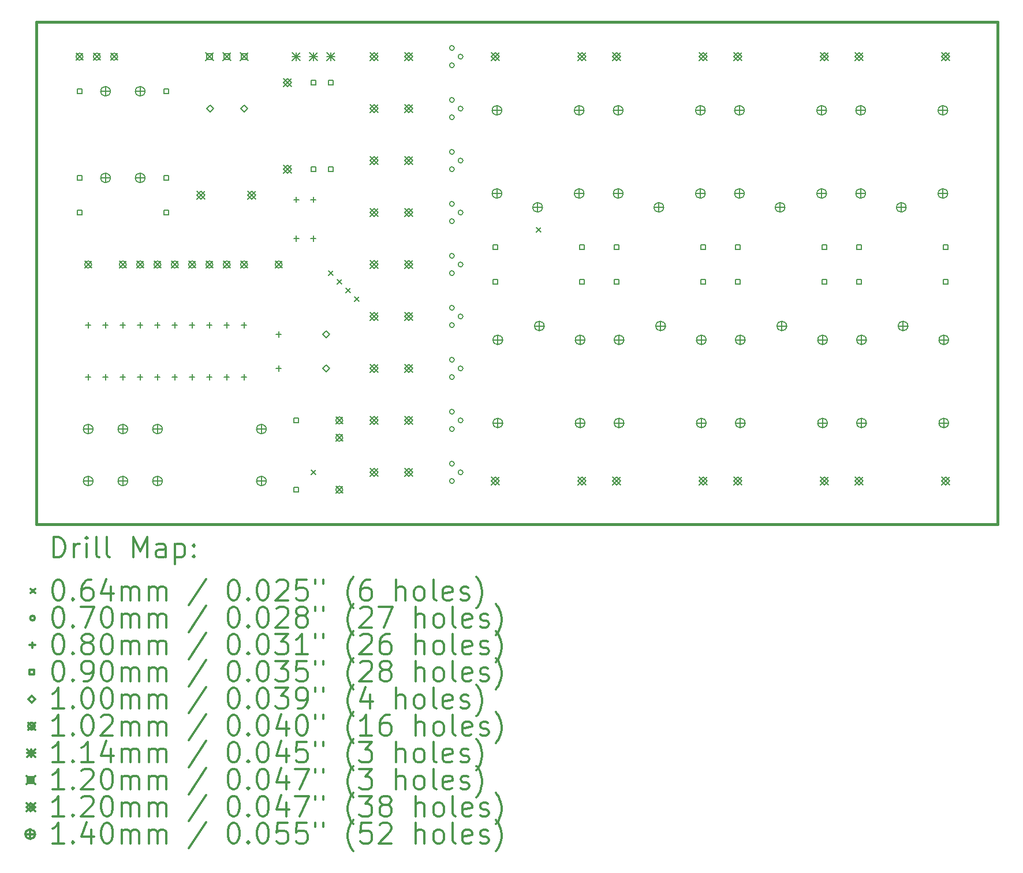
<source format=gbr>
%FSLAX45Y45*%
G04 Gerber Fmt 4.5, Leading zero omitted, Abs format (unit mm)*
G04 Created by KiCad (PCBNEW 4.0.5+dfsg1-4+deb9u1) date Mon Sep 26 08:28:05 2022*
%MOMM*%
%LPD*%
G01*
G04 APERTURE LIST*
%ADD10C,0.127000*%
%ADD11C,0.381000*%
%ADD12C,0.200000*%
%ADD13C,0.300000*%
G04 APERTURE END LIST*
D10*
D11*
X7366000Y-13462000D02*
X7366000Y-6096000D01*
X21463000Y-13462000D02*
X7366000Y-13462000D01*
X21463000Y-6096000D02*
X21463000Y-13462000D01*
X7366000Y-6096000D02*
X21463000Y-6096000D01*
D12*
X11398250Y-12668250D02*
X11461750Y-12731750D01*
X11461750Y-12668250D02*
X11398250Y-12731750D01*
X11652250Y-9747250D02*
X11715750Y-9810750D01*
X11715750Y-9747250D02*
X11652250Y-9810750D01*
X11779250Y-9874250D02*
X11842750Y-9937750D01*
X11842750Y-9874250D02*
X11779250Y-9937750D01*
X11906250Y-10001250D02*
X11969750Y-10064750D01*
X11969750Y-10001250D02*
X11906250Y-10064750D01*
X12033250Y-10128250D02*
X12096750Y-10191750D01*
X12096750Y-10128250D02*
X12033250Y-10191750D01*
X14700250Y-9112250D02*
X14763750Y-9175750D01*
X14763750Y-9112250D02*
X14700250Y-9175750D01*
X13497000Y-6477000D02*
G75*
G03X13497000Y-6477000I-35000J0D01*
G01*
X13497000Y-6731000D02*
G75*
G03X13497000Y-6731000I-35000J0D01*
G01*
X13497000Y-7239000D02*
G75*
G03X13497000Y-7239000I-35000J0D01*
G01*
X13497000Y-7493000D02*
G75*
G03X13497000Y-7493000I-35000J0D01*
G01*
X13497000Y-8001000D02*
G75*
G03X13497000Y-8001000I-35000J0D01*
G01*
X13497000Y-8255000D02*
G75*
G03X13497000Y-8255000I-35000J0D01*
G01*
X13497000Y-8763000D02*
G75*
G03X13497000Y-8763000I-35000J0D01*
G01*
X13497000Y-9017000D02*
G75*
G03X13497000Y-9017000I-35000J0D01*
G01*
X13497000Y-9525000D02*
G75*
G03X13497000Y-9525000I-35000J0D01*
G01*
X13497000Y-9779000D02*
G75*
G03X13497000Y-9779000I-35000J0D01*
G01*
X13497000Y-10287000D02*
G75*
G03X13497000Y-10287000I-35000J0D01*
G01*
X13497000Y-10541000D02*
G75*
G03X13497000Y-10541000I-35000J0D01*
G01*
X13497000Y-11049000D02*
G75*
G03X13497000Y-11049000I-35000J0D01*
G01*
X13497000Y-11303000D02*
G75*
G03X13497000Y-11303000I-35000J0D01*
G01*
X13497000Y-11811000D02*
G75*
G03X13497000Y-11811000I-35000J0D01*
G01*
X13497000Y-12065000D02*
G75*
G03X13497000Y-12065000I-35000J0D01*
G01*
X13497000Y-12573000D02*
G75*
G03X13497000Y-12573000I-35000J0D01*
G01*
X13497000Y-12827000D02*
G75*
G03X13497000Y-12827000I-35000J0D01*
G01*
X13624000Y-6604000D02*
G75*
G03X13624000Y-6604000I-35000J0D01*
G01*
X13624000Y-7366000D02*
G75*
G03X13624000Y-7366000I-35000J0D01*
G01*
X13624000Y-8128000D02*
G75*
G03X13624000Y-8128000I-35000J0D01*
G01*
X13624000Y-8890000D02*
G75*
G03X13624000Y-8890000I-35000J0D01*
G01*
X13624000Y-9652000D02*
G75*
G03X13624000Y-9652000I-35000J0D01*
G01*
X13624000Y-10414000D02*
G75*
G03X13624000Y-10414000I-35000J0D01*
G01*
X13624000Y-11176000D02*
G75*
G03X13624000Y-11176000I-35000J0D01*
G01*
X13624000Y-11938000D02*
G75*
G03X13624000Y-11938000I-35000J0D01*
G01*
X13624000Y-12700000D02*
G75*
G03X13624000Y-12700000I-35000J0D01*
G01*
X8128000Y-10501000D02*
X8128000Y-10581000D01*
X8088000Y-10541000D02*
X8168000Y-10541000D01*
X8128000Y-11263000D02*
X8128000Y-11343000D01*
X8088000Y-11303000D02*
X8168000Y-11303000D01*
X8382000Y-10501000D02*
X8382000Y-10581000D01*
X8342000Y-10541000D02*
X8422000Y-10541000D01*
X8382000Y-11263000D02*
X8382000Y-11343000D01*
X8342000Y-11303000D02*
X8422000Y-11303000D01*
X8636000Y-10501000D02*
X8636000Y-10581000D01*
X8596000Y-10541000D02*
X8676000Y-10541000D01*
X8636000Y-11263000D02*
X8636000Y-11343000D01*
X8596000Y-11303000D02*
X8676000Y-11303000D01*
X8890000Y-10501000D02*
X8890000Y-10581000D01*
X8850000Y-10541000D02*
X8930000Y-10541000D01*
X8890000Y-11263000D02*
X8890000Y-11343000D01*
X8850000Y-11303000D02*
X8930000Y-11303000D01*
X9144000Y-10501000D02*
X9144000Y-10581000D01*
X9104000Y-10541000D02*
X9184000Y-10541000D01*
X9144000Y-11263000D02*
X9144000Y-11343000D01*
X9104000Y-11303000D02*
X9184000Y-11303000D01*
X9398000Y-10501000D02*
X9398000Y-10581000D01*
X9358000Y-10541000D02*
X9438000Y-10541000D01*
X9398000Y-11263000D02*
X9398000Y-11343000D01*
X9358000Y-11303000D02*
X9438000Y-11303000D01*
X9652000Y-10501000D02*
X9652000Y-10581000D01*
X9612000Y-10541000D02*
X9692000Y-10541000D01*
X9652000Y-11263000D02*
X9652000Y-11343000D01*
X9612000Y-11303000D02*
X9692000Y-11303000D01*
X9906000Y-10501000D02*
X9906000Y-10581000D01*
X9866000Y-10541000D02*
X9946000Y-10541000D01*
X9906000Y-11263000D02*
X9906000Y-11343000D01*
X9866000Y-11303000D02*
X9946000Y-11303000D01*
X10160000Y-10501000D02*
X10160000Y-10581000D01*
X10120000Y-10541000D02*
X10200000Y-10541000D01*
X10160000Y-11263000D02*
X10160000Y-11343000D01*
X10120000Y-11303000D02*
X10200000Y-11303000D01*
X10414000Y-10501000D02*
X10414000Y-10581000D01*
X10374000Y-10541000D02*
X10454000Y-10541000D01*
X10414000Y-11263000D02*
X10414000Y-11343000D01*
X10374000Y-11303000D02*
X10454000Y-11303000D01*
X10922000Y-10636000D02*
X10922000Y-10716000D01*
X10882000Y-10676000D02*
X10962000Y-10676000D01*
X10922000Y-11136000D02*
X10922000Y-11216000D01*
X10882000Y-11176000D02*
X10962000Y-11176000D01*
X11180000Y-8659500D02*
X11180000Y-8739500D01*
X11140000Y-8699500D02*
X11220000Y-8699500D01*
X11180000Y-9231000D02*
X11180000Y-9311000D01*
X11140000Y-9271000D02*
X11220000Y-9271000D01*
X11430000Y-8659500D02*
X11430000Y-8739500D01*
X11390000Y-8699500D02*
X11470000Y-8699500D01*
X11430000Y-9231000D02*
X11430000Y-9311000D01*
X11390000Y-9271000D02*
X11470000Y-9271000D01*
X8032820Y-7143820D02*
X8032820Y-7080180D01*
X7969180Y-7080180D01*
X7969180Y-7143820D01*
X8032820Y-7143820D01*
X8032820Y-8413820D02*
X8032820Y-8350180D01*
X7969180Y-8350180D01*
X7969180Y-8413820D01*
X8032820Y-8413820D01*
X8032820Y-8921820D02*
X8032820Y-8858180D01*
X7969180Y-8858180D01*
X7969180Y-8921820D01*
X8032820Y-8921820D01*
X9302820Y-7143820D02*
X9302820Y-7080180D01*
X9239180Y-7080180D01*
X9239180Y-7143820D01*
X9302820Y-7143820D01*
X9302820Y-8413820D02*
X9302820Y-8350180D01*
X9239180Y-8350180D01*
X9239180Y-8413820D01*
X9302820Y-8413820D01*
X9302820Y-8921820D02*
X9302820Y-8858180D01*
X9239180Y-8858180D01*
X9239180Y-8921820D01*
X9302820Y-8921820D01*
X11207820Y-11969820D02*
X11207820Y-11906180D01*
X11144180Y-11906180D01*
X11144180Y-11969820D01*
X11207820Y-11969820D01*
X11207820Y-12985820D02*
X11207820Y-12922180D01*
X11144180Y-12922180D01*
X11144180Y-12985820D01*
X11207820Y-12985820D01*
X11461820Y-7016820D02*
X11461820Y-6953180D01*
X11398180Y-6953180D01*
X11398180Y-7016820D01*
X11461820Y-7016820D01*
X11461820Y-8286820D02*
X11461820Y-8223180D01*
X11398180Y-8223180D01*
X11398180Y-8286820D01*
X11461820Y-8286820D01*
X11715820Y-7016820D02*
X11715820Y-6953180D01*
X11652180Y-6953180D01*
X11652180Y-7016820D01*
X11715820Y-7016820D01*
X11715820Y-8286820D02*
X11715820Y-8223180D01*
X11652180Y-8223180D01*
X11652180Y-8286820D01*
X11715820Y-8286820D01*
X14128820Y-9429820D02*
X14128820Y-9366180D01*
X14065180Y-9366180D01*
X14065180Y-9429820D01*
X14128820Y-9429820D01*
X14128820Y-9937820D02*
X14128820Y-9874180D01*
X14065180Y-9874180D01*
X14065180Y-9937820D01*
X14128820Y-9937820D01*
X15398820Y-9429820D02*
X15398820Y-9366180D01*
X15335180Y-9366180D01*
X15335180Y-9429820D01*
X15398820Y-9429820D01*
X15398820Y-9937820D02*
X15398820Y-9874180D01*
X15335180Y-9874180D01*
X15335180Y-9937820D01*
X15398820Y-9937820D01*
X15906820Y-9429820D02*
X15906820Y-9366180D01*
X15843180Y-9366180D01*
X15843180Y-9429820D01*
X15906820Y-9429820D01*
X15906820Y-9937820D02*
X15906820Y-9874180D01*
X15843180Y-9874180D01*
X15843180Y-9937820D01*
X15906820Y-9937820D01*
X17176820Y-9429820D02*
X17176820Y-9366180D01*
X17113180Y-9366180D01*
X17113180Y-9429820D01*
X17176820Y-9429820D01*
X17176820Y-9937820D02*
X17176820Y-9874180D01*
X17113180Y-9874180D01*
X17113180Y-9937820D01*
X17176820Y-9937820D01*
X17684820Y-9429820D02*
X17684820Y-9366180D01*
X17621180Y-9366180D01*
X17621180Y-9429820D01*
X17684820Y-9429820D01*
X17684820Y-9937820D02*
X17684820Y-9874180D01*
X17621180Y-9874180D01*
X17621180Y-9937820D01*
X17684820Y-9937820D01*
X18954820Y-9429820D02*
X18954820Y-9366180D01*
X18891180Y-9366180D01*
X18891180Y-9429820D01*
X18954820Y-9429820D01*
X18954820Y-9937820D02*
X18954820Y-9874180D01*
X18891180Y-9874180D01*
X18891180Y-9937820D01*
X18954820Y-9937820D01*
X19462820Y-9429820D02*
X19462820Y-9366180D01*
X19399180Y-9366180D01*
X19399180Y-9429820D01*
X19462820Y-9429820D01*
X19462820Y-9937820D02*
X19462820Y-9874180D01*
X19399180Y-9874180D01*
X19399180Y-9937820D01*
X19462820Y-9937820D01*
X20732820Y-9429820D02*
X20732820Y-9366180D01*
X20669180Y-9366180D01*
X20669180Y-9429820D01*
X20732820Y-9429820D01*
X20732820Y-9937820D02*
X20732820Y-9874180D01*
X20669180Y-9874180D01*
X20669180Y-9937820D01*
X20732820Y-9937820D01*
X9914000Y-7416000D02*
X9964000Y-7366000D01*
X9914000Y-7316000D01*
X9864000Y-7366000D01*
X9914000Y-7416000D01*
X10414000Y-7416000D02*
X10464000Y-7366000D01*
X10414000Y-7316000D01*
X10364000Y-7366000D01*
X10414000Y-7416000D01*
X11620500Y-10726000D02*
X11670500Y-10676000D01*
X11620500Y-10626000D01*
X11570500Y-10676000D01*
X11620500Y-10726000D01*
X11620500Y-11226000D02*
X11670500Y-11176000D01*
X11620500Y-11126000D01*
X11570500Y-11176000D01*
X11620500Y-11226000D01*
X7950200Y-6553200D02*
X8051800Y-6654800D01*
X8051800Y-6553200D02*
X7950200Y-6654800D01*
X8051800Y-6604000D02*
G75*
G03X8051800Y-6604000I-50800J0D01*
G01*
X8077200Y-9601200D02*
X8178800Y-9702800D01*
X8178800Y-9601200D02*
X8077200Y-9702800D01*
X8178800Y-9652000D02*
G75*
G03X8178800Y-9652000I-50800J0D01*
G01*
X8204200Y-6553200D02*
X8305800Y-6654800D01*
X8305800Y-6553200D02*
X8204200Y-6654800D01*
X8305800Y-6604000D02*
G75*
G03X8305800Y-6604000I-50800J0D01*
G01*
X8458200Y-6553200D02*
X8559800Y-6654800D01*
X8559800Y-6553200D02*
X8458200Y-6654800D01*
X8559800Y-6604000D02*
G75*
G03X8559800Y-6604000I-50800J0D01*
G01*
X8585200Y-9601200D02*
X8686800Y-9702800D01*
X8686800Y-9601200D02*
X8585200Y-9702800D01*
X8686800Y-9652000D02*
G75*
G03X8686800Y-9652000I-50800J0D01*
G01*
X8839200Y-9601200D02*
X8940800Y-9702800D01*
X8940800Y-9601200D02*
X8839200Y-9702800D01*
X8940800Y-9652000D02*
G75*
G03X8940800Y-9652000I-50800J0D01*
G01*
X9093200Y-9601200D02*
X9194800Y-9702800D01*
X9194800Y-9601200D02*
X9093200Y-9702800D01*
X9194800Y-9652000D02*
G75*
G03X9194800Y-9652000I-50800J0D01*
G01*
X9347200Y-9601200D02*
X9448800Y-9702800D01*
X9448800Y-9601200D02*
X9347200Y-9702800D01*
X9448800Y-9652000D02*
G75*
G03X9448800Y-9652000I-50800J0D01*
G01*
X9601200Y-9601200D02*
X9702800Y-9702800D01*
X9702800Y-9601200D02*
X9601200Y-9702800D01*
X9702800Y-9652000D02*
G75*
G03X9702800Y-9652000I-50800J0D01*
G01*
X9855200Y-9601200D02*
X9956800Y-9702800D01*
X9956800Y-9601200D02*
X9855200Y-9702800D01*
X9956800Y-9652000D02*
G75*
G03X9956800Y-9652000I-50800J0D01*
G01*
X10109200Y-9601200D02*
X10210800Y-9702800D01*
X10210800Y-9601200D02*
X10109200Y-9702800D01*
X10210800Y-9652000D02*
G75*
G03X10210800Y-9652000I-50800J0D01*
G01*
X10363200Y-9601200D02*
X10464800Y-9702800D01*
X10464800Y-9601200D02*
X10363200Y-9702800D01*
X10464800Y-9652000D02*
G75*
G03X10464800Y-9652000I-50800J0D01*
G01*
X10871200Y-9601200D02*
X10972800Y-9702800D01*
X10972800Y-9601200D02*
X10871200Y-9702800D01*
X10972800Y-9652000D02*
G75*
G03X10972800Y-9652000I-50800J0D01*
G01*
X11760200Y-11887200D02*
X11861800Y-11988800D01*
X11861800Y-11887200D02*
X11760200Y-11988800D01*
X11861800Y-11938000D02*
G75*
G03X11861800Y-11938000I-50800J0D01*
G01*
X11760200Y-12141200D02*
X11861800Y-12242800D01*
X11861800Y-12141200D02*
X11760200Y-12242800D01*
X11861800Y-12192000D02*
G75*
G03X11861800Y-12192000I-50800J0D01*
G01*
X11760200Y-12903200D02*
X11861800Y-13004800D01*
X11861800Y-12903200D02*
X11760200Y-13004800D01*
X11861800Y-12954000D02*
G75*
G03X11861800Y-12954000I-50800J0D01*
G01*
X11118850Y-6546850D02*
X11233150Y-6661150D01*
X11233150Y-6546850D02*
X11118850Y-6661150D01*
X11176000Y-6546850D02*
X11176000Y-6661150D01*
X11118850Y-6604000D02*
X11233150Y-6604000D01*
X11372850Y-6546850D02*
X11487150Y-6661150D01*
X11487150Y-6546850D02*
X11372850Y-6661150D01*
X11430000Y-6546850D02*
X11430000Y-6661150D01*
X11372850Y-6604000D02*
X11487150Y-6604000D01*
X11626850Y-6546850D02*
X11741150Y-6661150D01*
X11741150Y-6546850D02*
X11626850Y-6661150D01*
X11684000Y-6546850D02*
X11684000Y-6661150D01*
X11626850Y-6604000D02*
X11741150Y-6604000D01*
X9846056Y-6544056D02*
X9965944Y-6663944D01*
X9965944Y-6544056D02*
X9846056Y-6663944D01*
X9948387Y-6646387D02*
X9948387Y-6561613D01*
X9863613Y-6561613D01*
X9863613Y-6646387D01*
X9948387Y-6646387D01*
X10100056Y-6544056D02*
X10219944Y-6663944D01*
X10219944Y-6544056D02*
X10100056Y-6663944D01*
X10202387Y-6646387D02*
X10202387Y-6561613D01*
X10117613Y-6561613D01*
X10117613Y-6646387D01*
X10202387Y-6646387D01*
X10354056Y-6544056D02*
X10473944Y-6663944D01*
X10473944Y-6544056D02*
X10354056Y-6663944D01*
X10456387Y-6646387D02*
X10456387Y-6561613D01*
X10371613Y-6561613D01*
X10371613Y-6646387D01*
X10456387Y-6646387D01*
X9719000Y-8576000D02*
X9839000Y-8696000D01*
X9839000Y-8576000D02*
X9719000Y-8696000D01*
X9779000Y-8696000D02*
X9839000Y-8636000D01*
X9779000Y-8576000D01*
X9719000Y-8636000D01*
X9779000Y-8696000D01*
X10469000Y-8576000D02*
X10589000Y-8696000D01*
X10589000Y-8576000D02*
X10469000Y-8696000D01*
X10529000Y-8696000D02*
X10589000Y-8636000D01*
X10529000Y-8576000D01*
X10469000Y-8636000D01*
X10529000Y-8696000D01*
X10989000Y-6925000D02*
X11109000Y-7045000D01*
X11109000Y-6925000D02*
X10989000Y-7045000D01*
X11049000Y-7045000D02*
X11109000Y-6985000D01*
X11049000Y-6925000D01*
X10989000Y-6985000D01*
X11049000Y-7045000D01*
X10989000Y-8195000D02*
X11109000Y-8315000D01*
X11109000Y-8195000D02*
X10989000Y-8315000D01*
X11049000Y-8315000D02*
X11109000Y-8255000D01*
X11049000Y-8195000D01*
X10989000Y-8255000D01*
X11049000Y-8315000D01*
X12259000Y-6544000D02*
X12379000Y-6664000D01*
X12379000Y-6544000D02*
X12259000Y-6664000D01*
X12319000Y-6664000D02*
X12379000Y-6604000D01*
X12319000Y-6544000D01*
X12259000Y-6604000D01*
X12319000Y-6664000D01*
X12259000Y-7306000D02*
X12379000Y-7426000D01*
X12379000Y-7306000D02*
X12259000Y-7426000D01*
X12319000Y-7426000D02*
X12379000Y-7366000D01*
X12319000Y-7306000D01*
X12259000Y-7366000D01*
X12319000Y-7426000D01*
X12259000Y-8068000D02*
X12379000Y-8188000D01*
X12379000Y-8068000D02*
X12259000Y-8188000D01*
X12319000Y-8188000D02*
X12379000Y-8128000D01*
X12319000Y-8068000D01*
X12259000Y-8128000D01*
X12319000Y-8188000D01*
X12259000Y-8830000D02*
X12379000Y-8950000D01*
X12379000Y-8830000D02*
X12259000Y-8950000D01*
X12319000Y-8950000D02*
X12379000Y-8890000D01*
X12319000Y-8830000D01*
X12259000Y-8890000D01*
X12319000Y-8950000D01*
X12259000Y-9592000D02*
X12379000Y-9712000D01*
X12379000Y-9592000D02*
X12259000Y-9712000D01*
X12319000Y-9712000D02*
X12379000Y-9652000D01*
X12319000Y-9592000D01*
X12259000Y-9652000D01*
X12319000Y-9712000D01*
X12259000Y-10354000D02*
X12379000Y-10474000D01*
X12379000Y-10354000D02*
X12259000Y-10474000D01*
X12319000Y-10474000D02*
X12379000Y-10414000D01*
X12319000Y-10354000D01*
X12259000Y-10414000D01*
X12319000Y-10474000D01*
X12259000Y-11116000D02*
X12379000Y-11236000D01*
X12379000Y-11116000D02*
X12259000Y-11236000D01*
X12319000Y-11236000D02*
X12379000Y-11176000D01*
X12319000Y-11116000D01*
X12259000Y-11176000D01*
X12319000Y-11236000D01*
X12259000Y-11878000D02*
X12379000Y-11998000D01*
X12379000Y-11878000D02*
X12259000Y-11998000D01*
X12319000Y-11998000D02*
X12379000Y-11938000D01*
X12319000Y-11878000D01*
X12259000Y-11938000D01*
X12319000Y-11998000D01*
X12259000Y-12640000D02*
X12379000Y-12760000D01*
X12379000Y-12640000D02*
X12259000Y-12760000D01*
X12319000Y-12760000D02*
X12379000Y-12700000D01*
X12319000Y-12640000D01*
X12259000Y-12700000D01*
X12319000Y-12760000D01*
X12767000Y-6544000D02*
X12887000Y-6664000D01*
X12887000Y-6544000D02*
X12767000Y-6664000D01*
X12827000Y-6664000D02*
X12887000Y-6604000D01*
X12827000Y-6544000D01*
X12767000Y-6604000D01*
X12827000Y-6664000D01*
X12767000Y-7306000D02*
X12887000Y-7426000D01*
X12887000Y-7306000D02*
X12767000Y-7426000D01*
X12827000Y-7426000D02*
X12887000Y-7366000D01*
X12827000Y-7306000D01*
X12767000Y-7366000D01*
X12827000Y-7426000D01*
X12767000Y-8068000D02*
X12887000Y-8188000D01*
X12887000Y-8068000D02*
X12767000Y-8188000D01*
X12827000Y-8188000D02*
X12887000Y-8128000D01*
X12827000Y-8068000D01*
X12767000Y-8128000D01*
X12827000Y-8188000D01*
X12767000Y-8830000D02*
X12887000Y-8950000D01*
X12887000Y-8830000D02*
X12767000Y-8950000D01*
X12827000Y-8950000D02*
X12887000Y-8890000D01*
X12827000Y-8830000D01*
X12767000Y-8890000D01*
X12827000Y-8950000D01*
X12767000Y-9592000D02*
X12887000Y-9712000D01*
X12887000Y-9592000D02*
X12767000Y-9712000D01*
X12827000Y-9712000D02*
X12887000Y-9652000D01*
X12827000Y-9592000D01*
X12767000Y-9652000D01*
X12827000Y-9712000D01*
X12767000Y-10354000D02*
X12887000Y-10474000D01*
X12887000Y-10354000D02*
X12767000Y-10474000D01*
X12827000Y-10474000D02*
X12887000Y-10414000D01*
X12827000Y-10354000D01*
X12767000Y-10414000D01*
X12827000Y-10474000D01*
X12767000Y-11116000D02*
X12887000Y-11236000D01*
X12887000Y-11116000D02*
X12767000Y-11236000D01*
X12827000Y-11236000D02*
X12887000Y-11176000D01*
X12827000Y-11116000D01*
X12767000Y-11176000D01*
X12827000Y-11236000D01*
X12767000Y-11878000D02*
X12887000Y-11998000D01*
X12887000Y-11878000D02*
X12767000Y-11998000D01*
X12827000Y-11998000D02*
X12887000Y-11938000D01*
X12827000Y-11878000D01*
X12767000Y-11938000D01*
X12827000Y-11998000D01*
X12767000Y-12640000D02*
X12887000Y-12760000D01*
X12887000Y-12640000D02*
X12767000Y-12760000D01*
X12827000Y-12760000D02*
X12887000Y-12700000D01*
X12827000Y-12640000D01*
X12767000Y-12700000D01*
X12827000Y-12760000D01*
X14037000Y-6544000D02*
X14157000Y-6664000D01*
X14157000Y-6544000D02*
X14037000Y-6664000D01*
X14097000Y-6664000D02*
X14157000Y-6604000D01*
X14097000Y-6544000D01*
X14037000Y-6604000D01*
X14097000Y-6664000D01*
X14037000Y-12767000D02*
X14157000Y-12887000D01*
X14157000Y-12767000D02*
X14037000Y-12887000D01*
X14097000Y-12887000D02*
X14157000Y-12827000D01*
X14097000Y-12767000D01*
X14037000Y-12827000D01*
X14097000Y-12887000D01*
X15307000Y-6544000D02*
X15427000Y-6664000D01*
X15427000Y-6544000D02*
X15307000Y-6664000D01*
X15367000Y-6664000D02*
X15427000Y-6604000D01*
X15367000Y-6544000D01*
X15307000Y-6604000D01*
X15367000Y-6664000D01*
X15307000Y-12767000D02*
X15427000Y-12887000D01*
X15427000Y-12767000D02*
X15307000Y-12887000D01*
X15367000Y-12887000D02*
X15427000Y-12827000D01*
X15367000Y-12767000D01*
X15307000Y-12827000D01*
X15367000Y-12887000D01*
X15815000Y-6544000D02*
X15935000Y-6664000D01*
X15935000Y-6544000D02*
X15815000Y-6664000D01*
X15875000Y-6664000D02*
X15935000Y-6604000D01*
X15875000Y-6544000D01*
X15815000Y-6604000D01*
X15875000Y-6664000D01*
X15815000Y-12767000D02*
X15935000Y-12887000D01*
X15935000Y-12767000D02*
X15815000Y-12887000D01*
X15875000Y-12887000D02*
X15935000Y-12827000D01*
X15875000Y-12767000D01*
X15815000Y-12827000D01*
X15875000Y-12887000D01*
X17085000Y-6544000D02*
X17205000Y-6664000D01*
X17205000Y-6544000D02*
X17085000Y-6664000D01*
X17145000Y-6664000D02*
X17205000Y-6604000D01*
X17145000Y-6544000D01*
X17085000Y-6604000D01*
X17145000Y-6664000D01*
X17085000Y-12767000D02*
X17205000Y-12887000D01*
X17205000Y-12767000D02*
X17085000Y-12887000D01*
X17145000Y-12887000D02*
X17205000Y-12827000D01*
X17145000Y-12767000D01*
X17085000Y-12827000D01*
X17145000Y-12887000D01*
X17593000Y-6544000D02*
X17713000Y-6664000D01*
X17713000Y-6544000D02*
X17593000Y-6664000D01*
X17653000Y-6664000D02*
X17713000Y-6604000D01*
X17653000Y-6544000D01*
X17593000Y-6604000D01*
X17653000Y-6664000D01*
X17593000Y-12767000D02*
X17713000Y-12887000D01*
X17713000Y-12767000D02*
X17593000Y-12887000D01*
X17653000Y-12887000D02*
X17713000Y-12827000D01*
X17653000Y-12767000D01*
X17593000Y-12827000D01*
X17653000Y-12887000D01*
X18863000Y-6544000D02*
X18983000Y-6664000D01*
X18983000Y-6544000D02*
X18863000Y-6664000D01*
X18923000Y-6664000D02*
X18983000Y-6604000D01*
X18923000Y-6544000D01*
X18863000Y-6604000D01*
X18923000Y-6664000D01*
X18863000Y-12767000D02*
X18983000Y-12887000D01*
X18983000Y-12767000D02*
X18863000Y-12887000D01*
X18923000Y-12887000D02*
X18983000Y-12827000D01*
X18923000Y-12767000D01*
X18863000Y-12827000D01*
X18923000Y-12887000D01*
X19371000Y-6544000D02*
X19491000Y-6664000D01*
X19491000Y-6544000D02*
X19371000Y-6664000D01*
X19431000Y-6664000D02*
X19491000Y-6604000D01*
X19431000Y-6544000D01*
X19371000Y-6604000D01*
X19431000Y-6664000D01*
X19371000Y-12767000D02*
X19491000Y-12887000D01*
X19491000Y-12767000D02*
X19371000Y-12887000D01*
X19431000Y-12887000D02*
X19491000Y-12827000D01*
X19431000Y-12767000D01*
X19371000Y-12827000D01*
X19431000Y-12887000D01*
X20641000Y-6544000D02*
X20761000Y-6664000D01*
X20761000Y-6544000D02*
X20641000Y-6664000D01*
X20701000Y-6664000D02*
X20761000Y-6604000D01*
X20701000Y-6544000D01*
X20641000Y-6604000D01*
X20701000Y-6664000D01*
X20641000Y-12767000D02*
X20761000Y-12887000D01*
X20761000Y-12767000D02*
X20641000Y-12887000D01*
X20701000Y-12887000D02*
X20761000Y-12827000D01*
X20701000Y-12767000D01*
X20641000Y-12827000D01*
X20701000Y-12887000D01*
X8128000Y-11995000D02*
X8128000Y-12135000D01*
X8058000Y-12065000D02*
X8198000Y-12065000D01*
X8198000Y-12065000D02*
G75*
G03X8198000Y-12065000I-70000J0D01*
G01*
X8128000Y-12757000D02*
X8128000Y-12897000D01*
X8058000Y-12827000D02*
X8198000Y-12827000D01*
X8198000Y-12827000D02*
G75*
G03X8198000Y-12827000I-70000J0D01*
G01*
X8382000Y-7042000D02*
X8382000Y-7182000D01*
X8312000Y-7112000D02*
X8452000Y-7112000D01*
X8452000Y-7112000D02*
G75*
G03X8452000Y-7112000I-70000J0D01*
G01*
X8382000Y-8312000D02*
X8382000Y-8452000D01*
X8312000Y-8382000D02*
X8452000Y-8382000D01*
X8452000Y-8382000D02*
G75*
G03X8452000Y-8382000I-70000J0D01*
G01*
X8636000Y-11995000D02*
X8636000Y-12135000D01*
X8566000Y-12065000D02*
X8706000Y-12065000D01*
X8706000Y-12065000D02*
G75*
G03X8706000Y-12065000I-70000J0D01*
G01*
X8636000Y-12757000D02*
X8636000Y-12897000D01*
X8566000Y-12827000D02*
X8706000Y-12827000D01*
X8706000Y-12827000D02*
G75*
G03X8706000Y-12827000I-70000J0D01*
G01*
X8890000Y-7042000D02*
X8890000Y-7182000D01*
X8820000Y-7112000D02*
X8960000Y-7112000D01*
X8960000Y-7112000D02*
G75*
G03X8960000Y-7112000I-70000J0D01*
G01*
X8890000Y-8312000D02*
X8890000Y-8452000D01*
X8820000Y-8382000D02*
X8960000Y-8382000D01*
X8960000Y-8382000D02*
G75*
G03X8960000Y-8382000I-70000J0D01*
G01*
X9144000Y-11995000D02*
X9144000Y-12135000D01*
X9074000Y-12065000D02*
X9214000Y-12065000D01*
X9214000Y-12065000D02*
G75*
G03X9214000Y-12065000I-70000J0D01*
G01*
X9144000Y-12757000D02*
X9144000Y-12897000D01*
X9074000Y-12827000D02*
X9214000Y-12827000D01*
X9214000Y-12827000D02*
G75*
G03X9214000Y-12827000I-70000J0D01*
G01*
X10668000Y-11995000D02*
X10668000Y-12135000D01*
X10598000Y-12065000D02*
X10738000Y-12065000D01*
X10738000Y-12065000D02*
G75*
G03X10738000Y-12065000I-70000J0D01*
G01*
X10668000Y-12757000D02*
X10668000Y-12897000D01*
X10598000Y-12827000D02*
X10738000Y-12827000D01*
X10738000Y-12827000D02*
G75*
G03X10738000Y-12827000I-70000J0D01*
G01*
X14122400Y-7321400D02*
X14122400Y-7461400D01*
X14052400Y-7391400D02*
X14192400Y-7391400D01*
X14192400Y-7391400D02*
G75*
G03X14192400Y-7391400I-70000J0D01*
G01*
X14122400Y-8540600D02*
X14122400Y-8680600D01*
X14052400Y-8610600D02*
X14192400Y-8610600D01*
X14192400Y-8610600D02*
G75*
G03X14192400Y-8610600I-70000J0D01*
G01*
X14135100Y-10686900D02*
X14135100Y-10826900D01*
X14065100Y-10756900D02*
X14205100Y-10756900D01*
X14205100Y-10756900D02*
G75*
G03X14205100Y-10756900I-70000J0D01*
G01*
X14135100Y-11906100D02*
X14135100Y-12046100D01*
X14065100Y-11976100D02*
X14205100Y-11976100D01*
X14205100Y-11976100D02*
G75*
G03X14205100Y-11976100I-70000J0D01*
G01*
X14719300Y-8743800D02*
X14719300Y-8883800D01*
X14649300Y-8813800D02*
X14789300Y-8813800D01*
X14789300Y-8813800D02*
G75*
G03X14789300Y-8813800I-70000J0D01*
G01*
X14744700Y-10483700D02*
X14744700Y-10623700D01*
X14674700Y-10553700D02*
X14814700Y-10553700D01*
X14814700Y-10553700D02*
G75*
G03X14814700Y-10553700I-70000J0D01*
G01*
X15328900Y-7321400D02*
X15328900Y-7461400D01*
X15258900Y-7391400D02*
X15398900Y-7391400D01*
X15398900Y-7391400D02*
G75*
G03X15398900Y-7391400I-70000J0D01*
G01*
X15328900Y-8540600D02*
X15328900Y-8680600D01*
X15258900Y-8610600D02*
X15398900Y-8610600D01*
X15398900Y-8610600D02*
G75*
G03X15398900Y-8610600I-70000J0D01*
G01*
X15341600Y-10686900D02*
X15341600Y-10826900D01*
X15271600Y-10756900D02*
X15411600Y-10756900D01*
X15411600Y-10756900D02*
G75*
G03X15411600Y-10756900I-70000J0D01*
G01*
X15341600Y-11906100D02*
X15341600Y-12046100D01*
X15271600Y-11976100D02*
X15411600Y-11976100D01*
X15411600Y-11976100D02*
G75*
G03X15411600Y-11976100I-70000J0D01*
G01*
X15900400Y-7321400D02*
X15900400Y-7461400D01*
X15830400Y-7391400D02*
X15970400Y-7391400D01*
X15970400Y-7391400D02*
G75*
G03X15970400Y-7391400I-70000J0D01*
G01*
X15900400Y-8540600D02*
X15900400Y-8680600D01*
X15830400Y-8610600D02*
X15970400Y-8610600D01*
X15970400Y-8610600D02*
G75*
G03X15970400Y-8610600I-70000J0D01*
G01*
X15913100Y-10686900D02*
X15913100Y-10826900D01*
X15843100Y-10756900D02*
X15983100Y-10756900D01*
X15983100Y-10756900D02*
G75*
G03X15983100Y-10756900I-70000J0D01*
G01*
X15913100Y-11906100D02*
X15913100Y-12046100D01*
X15843100Y-11976100D02*
X15983100Y-11976100D01*
X15983100Y-11976100D02*
G75*
G03X15983100Y-11976100I-70000J0D01*
G01*
X16497300Y-8743800D02*
X16497300Y-8883800D01*
X16427300Y-8813800D02*
X16567300Y-8813800D01*
X16567300Y-8813800D02*
G75*
G03X16567300Y-8813800I-70000J0D01*
G01*
X16522700Y-10483700D02*
X16522700Y-10623700D01*
X16452700Y-10553700D02*
X16592700Y-10553700D01*
X16592700Y-10553700D02*
G75*
G03X16592700Y-10553700I-70000J0D01*
G01*
X17106900Y-7321400D02*
X17106900Y-7461400D01*
X17036900Y-7391400D02*
X17176900Y-7391400D01*
X17176900Y-7391400D02*
G75*
G03X17176900Y-7391400I-70000J0D01*
G01*
X17106900Y-8540600D02*
X17106900Y-8680600D01*
X17036900Y-8610600D02*
X17176900Y-8610600D01*
X17176900Y-8610600D02*
G75*
G03X17176900Y-8610600I-70000J0D01*
G01*
X17119600Y-10686900D02*
X17119600Y-10826900D01*
X17049600Y-10756900D02*
X17189600Y-10756900D01*
X17189600Y-10756900D02*
G75*
G03X17189600Y-10756900I-70000J0D01*
G01*
X17119600Y-11906100D02*
X17119600Y-12046100D01*
X17049600Y-11976100D02*
X17189600Y-11976100D01*
X17189600Y-11976100D02*
G75*
G03X17189600Y-11976100I-70000J0D01*
G01*
X17678400Y-7321400D02*
X17678400Y-7461400D01*
X17608400Y-7391400D02*
X17748400Y-7391400D01*
X17748400Y-7391400D02*
G75*
G03X17748400Y-7391400I-70000J0D01*
G01*
X17678400Y-8540600D02*
X17678400Y-8680600D01*
X17608400Y-8610600D02*
X17748400Y-8610600D01*
X17748400Y-8610600D02*
G75*
G03X17748400Y-8610600I-70000J0D01*
G01*
X17691100Y-10686900D02*
X17691100Y-10826900D01*
X17621100Y-10756900D02*
X17761100Y-10756900D01*
X17761100Y-10756900D02*
G75*
G03X17761100Y-10756900I-70000J0D01*
G01*
X17691100Y-11906100D02*
X17691100Y-12046100D01*
X17621100Y-11976100D02*
X17761100Y-11976100D01*
X17761100Y-11976100D02*
G75*
G03X17761100Y-11976100I-70000J0D01*
G01*
X18275300Y-8743800D02*
X18275300Y-8883800D01*
X18205300Y-8813800D02*
X18345300Y-8813800D01*
X18345300Y-8813800D02*
G75*
G03X18345300Y-8813800I-70000J0D01*
G01*
X18300700Y-10483700D02*
X18300700Y-10623700D01*
X18230700Y-10553700D02*
X18370700Y-10553700D01*
X18370700Y-10553700D02*
G75*
G03X18370700Y-10553700I-70000J0D01*
G01*
X18884900Y-7321400D02*
X18884900Y-7461400D01*
X18814900Y-7391400D02*
X18954900Y-7391400D01*
X18954900Y-7391400D02*
G75*
G03X18954900Y-7391400I-70000J0D01*
G01*
X18884900Y-8540600D02*
X18884900Y-8680600D01*
X18814900Y-8610600D02*
X18954900Y-8610600D01*
X18954900Y-8610600D02*
G75*
G03X18954900Y-8610600I-70000J0D01*
G01*
X18897600Y-10686900D02*
X18897600Y-10826900D01*
X18827600Y-10756900D02*
X18967600Y-10756900D01*
X18967600Y-10756900D02*
G75*
G03X18967600Y-10756900I-70000J0D01*
G01*
X18897600Y-11906100D02*
X18897600Y-12046100D01*
X18827600Y-11976100D02*
X18967600Y-11976100D01*
X18967600Y-11976100D02*
G75*
G03X18967600Y-11976100I-70000J0D01*
G01*
X19456400Y-7321400D02*
X19456400Y-7461400D01*
X19386400Y-7391400D02*
X19526400Y-7391400D01*
X19526400Y-7391400D02*
G75*
G03X19526400Y-7391400I-70000J0D01*
G01*
X19456400Y-8540600D02*
X19456400Y-8680600D01*
X19386400Y-8610600D02*
X19526400Y-8610600D01*
X19526400Y-8610600D02*
G75*
G03X19526400Y-8610600I-70000J0D01*
G01*
X19469100Y-10686900D02*
X19469100Y-10826900D01*
X19399100Y-10756900D02*
X19539100Y-10756900D01*
X19539100Y-10756900D02*
G75*
G03X19539100Y-10756900I-70000J0D01*
G01*
X19469100Y-11906100D02*
X19469100Y-12046100D01*
X19399100Y-11976100D02*
X19539100Y-11976100D01*
X19539100Y-11976100D02*
G75*
G03X19539100Y-11976100I-70000J0D01*
G01*
X20053300Y-8743800D02*
X20053300Y-8883800D01*
X19983300Y-8813800D02*
X20123300Y-8813800D01*
X20123300Y-8813800D02*
G75*
G03X20123300Y-8813800I-70000J0D01*
G01*
X20078700Y-10483700D02*
X20078700Y-10623700D01*
X20008700Y-10553700D02*
X20148700Y-10553700D01*
X20148700Y-10553700D02*
G75*
G03X20148700Y-10553700I-70000J0D01*
G01*
X20662900Y-7321400D02*
X20662900Y-7461400D01*
X20592900Y-7391400D02*
X20732900Y-7391400D01*
X20732900Y-7391400D02*
G75*
G03X20732900Y-7391400I-70000J0D01*
G01*
X20662900Y-8540600D02*
X20662900Y-8680600D01*
X20592900Y-8610600D02*
X20732900Y-8610600D01*
X20732900Y-8610600D02*
G75*
G03X20732900Y-8610600I-70000J0D01*
G01*
X20675600Y-10686900D02*
X20675600Y-10826900D01*
X20605600Y-10756900D02*
X20745600Y-10756900D01*
X20745600Y-10756900D02*
G75*
G03X20745600Y-10756900I-70000J0D01*
G01*
X20675600Y-11906100D02*
X20675600Y-12046100D01*
X20605600Y-11976100D02*
X20745600Y-11976100D01*
X20745600Y-11976100D02*
G75*
G03X20745600Y-11976100I-70000J0D01*
G01*
D13*
X7618378Y-13946764D02*
X7618378Y-13646764D01*
X7689807Y-13646764D01*
X7732664Y-13661050D01*
X7761236Y-13689621D01*
X7775521Y-13718193D01*
X7789807Y-13775336D01*
X7789807Y-13818193D01*
X7775521Y-13875336D01*
X7761236Y-13903907D01*
X7732664Y-13932479D01*
X7689807Y-13946764D01*
X7618378Y-13946764D01*
X7918378Y-13946764D02*
X7918378Y-13746764D01*
X7918378Y-13803907D02*
X7932664Y-13775336D01*
X7946950Y-13761050D01*
X7975521Y-13746764D01*
X8004093Y-13746764D01*
X8104093Y-13946764D02*
X8104093Y-13746764D01*
X8104093Y-13646764D02*
X8089807Y-13661050D01*
X8104093Y-13675336D01*
X8118378Y-13661050D01*
X8104093Y-13646764D01*
X8104093Y-13675336D01*
X8289807Y-13946764D02*
X8261236Y-13932479D01*
X8246950Y-13903907D01*
X8246950Y-13646764D01*
X8446950Y-13946764D02*
X8418379Y-13932479D01*
X8404093Y-13903907D01*
X8404093Y-13646764D01*
X8789807Y-13946764D02*
X8789807Y-13646764D01*
X8889807Y-13861050D01*
X8989807Y-13646764D01*
X8989807Y-13946764D01*
X9261236Y-13946764D02*
X9261236Y-13789621D01*
X9246950Y-13761050D01*
X9218379Y-13746764D01*
X9161236Y-13746764D01*
X9132664Y-13761050D01*
X9261236Y-13932479D02*
X9232664Y-13946764D01*
X9161236Y-13946764D01*
X9132664Y-13932479D01*
X9118379Y-13903907D01*
X9118379Y-13875336D01*
X9132664Y-13846764D01*
X9161236Y-13832479D01*
X9232664Y-13832479D01*
X9261236Y-13818193D01*
X9404093Y-13746764D02*
X9404093Y-14046764D01*
X9404093Y-13761050D02*
X9432664Y-13746764D01*
X9489807Y-13746764D01*
X9518379Y-13761050D01*
X9532664Y-13775336D01*
X9546950Y-13803907D01*
X9546950Y-13889621D01*
X9532664Y-13918193D01*
X9518379Y-13932479D01*
X9489807Y-13946764D01*
X9432664Y-13946764D01*
X9404093Y-13932479D01*
X9675521Y-13918193D02*
X9689807Y-13932479D01*
X9675521Y-13946764D01*
X9661236Y-13932479D01*
X9675521Y-13918193D01*
X9675521Y-13946764D01*
X9675521Y-13761050D02*
X9689807Y-13775336D01*
X9675521Y-13789621D01*
X9661236Y-13775336D01*
X9675521Y-13761050D01*
X9675521Y-13789621D01*
X7283450Y-14409300D02*
X7346950Y-14472800D01*
X7346950Y-14409300D02*
X7283450Y-14472800D01*
X7675521Y-14276764D02*
X7704093Y-14276764D01*
X7732664Y-14291050D01*
X7746950Y-14305336D01*
X7761236Y-14333907D01*
X7775521Y-14391050D01*
X7775521Y-14462479D01*
X7761236Y-14519621D01*
X7746950Y-14548193D01*
X7732664Y-14562479D01*
X7704093Y-14576764D01*
X7675521Y-14576764D01*
X7646950Y-14562479D01*
X7632664Y-14548193D01*
X7618378Y-14519621D01*
X7604093Y-14462479D01*
X7604093Y-14391050D01*
X7618378Y-14333907D01*
X7632664Y-14305336D01*
X7646950Y-14291050D01*
X7675521Y-14276764D01*
X7904093Y-14548193D02*
X7918378Y-14562479D01*
X7904093Y-14576764D01*
X7889807Y-14562479D01*
X7904093Y-14548193D01*
X7904093Y-14576764D01*
X8175521Y-14276764D02*
X8118378Y-14276764D01*
X8089807Y-14291050D01*
X8075521Y-14305336D01*
X8046950Y-14348193D01*
X8032664Y-14405336D01*
X8032664Y-14519621D01*
X8046950Y-14548193D01*
X8061236Y-14562479D01*
X8089807Y-14576764D01*
X8146950Y-14576764D01*
X8175521Y-14562479D01*
X8189807Y-14548193D01*
X8204093Y-14519621D01*
X8204093Y-14448193D01*
X8189807Y-14419621D01*
X8175521Y-14405336D01*
X8146950Y-14391050D01*
X8089807Y-14391050D01*
X8061236Y-14405336D01*
X8046950Y-14419621D01*
X8032664Y-14448193D01*
X8461236Y-14376764D02*
X8461236Y-14576764D01*
X8389807Y-14262479D02*
X8318378Y-14476764D01*
X8504093Y-14476764D01*
X8618379Y-14576764D02*
X8618379Y-14376764D01*
X8618379Y-14405336D02*
X8632664Y-14391050D01*
X8661236Y-14376764D01*
X8704093Y-14376764D01*
X8732664Y-14391050D01*
X8746950Y-14419621D01*
X8746950Y-14576764D01*
X8746950Y-14419621D02*
X8761236Y-14391050D01*
X8789807Y-14376764D01*
X8832664Y-14376764D01*
X8861236Y-14391050D01*
X8875521Y-14419621D01*
X8875521Y-14576764D01*
X9018379Y-14576764D02*
X9018379Y-14376764D01*
X9018379Y-14405336D02*
X9032664Y-14391050D01*
X9061236Y-14376764D01*
X9104093Y-14376764D01*
X9132664Y-14391050D01*
X9146950Y-14419621D01*
X9146950Y-14576764D01*
X9146950Y-14419621D02*
X9161236Y-14391050D01*
X9189807Y-14376764D01*
X9232664Y-14376764D01*
X9261236Y-14391050D01*
X9275521Y-14419621D01*
X9275521Y-14576764D01*
X9861236Y-14262479D02*
X9604093Y-14648193D01*
X10246950Y-14276764D02*
X10275521Y-14276764D01*
X10304093Y-14291050D01*
X10318378Y-14305336D01*
X10332664Y-14333907D01*
X10346950Y-14391050D01*
X10346950Y-14462479D01*
X10332664Y-14519621D01*
X10318378Y-14548193D01*
X10304093Y-14562479D01*
X10275521Y-14576764D01*
X10246950Y-14576764D01*
X10218378Y-14562479D01*
X10204093Y-14548193D01*
X10189807Y-14519621D01*
X10175521Y-14462479D01*
X10175521Y-14391050D01*
X10189807Y-14333907D01*
X10204093Y-14305336D01*
X10218378Y-14291050D01*
X10246950Y-14276764D01*
X10475521Y-14548193D02*
X10489807Y-14562479D01*
X10475521Y-14576764D01*
X10461236Y-14562479D01*
X10475521Y-14548193D01*
X10475521Y-14576764D01*
X10675521Y-14276764D02*
X10704093Y-14276764D01*
X10732664Y-14291050D01*
X10746950Y-14305336D01*
X10761236Y-14333907D01*
X10775521Y-14391050D01*
X10775521Y-14462479D01*
X10761236Y-14519621D01*
X10746950Y-14548193D01*
X10732664Y-14562479D01*
X10704093Y-14576764D01*
X10675521Y-14576764D01*
X10646950Y-14562479D01*
X10632664Y-14548193D01*
X10618378Y-14519621D01*
X10604093Y-14462479D01*
X10604093Y-14391050D01*
X10618378Y-14333907D01*
X10632664Y-14305336D01*
X10646950Y-14291050D01*
X10675521Y-14276764D01*
X10889807Y-14305336D02*
X10904093Y-14291050D01*
X10932664Y-14276764D01*
X11004093Y-14276764D01*
X11032664Y-14291050D01*
X11046950Y-14305336D01*
X11061236Y-14333907D01*
X11061236Y-14362479D01*
X11046950Y-14405336D01*
X10875521Y-14576764D01*
X11061236Y-14576764D01*
X11332664Y-14276764D02*
X11189807Y-14276764D01*
X11175521Y-14419621D01*
X11189807Y-14405336D01*
X11218378Y-14391050D01*
X11289807Y-14391050D01*
X11318378Y-14405336D01*
X11332664Y-14419621D01*
X11346950Y-14448193D01*
X11346950Y-14519621D01*
X11332664Y-14548193D01*
X11318378Y-14562479D01*
X11289807Y-14576764D01*
X11218378Y-14576764D01*
X11189807Y-14562479D01*
X11175521Y-14548193D01*
X11461236Y-14276764D02*
X11461236Y-14333907D01*
X11575521Y-14276764D02*
X11575521Y-14333907D01*
X12018378Y-14691050D02*
X12004093Y-14676764D01*
X11975521Y-14633907D01*
X11961235Y-14605336D01*
X11946950Y-14562479D01*
X11932664Y-14491050D01*
X11932664Y-14433907D01*
X11946950Y-14362479D01*
X11961235Y-14319621D01*
X11975521Y-14291050D01*
X12004093Y-14248193D01*
X12018378Y-14233907D01*
X12261235Y-14276764D02*
X12204093Y-14276764D01*
X12175521Y-14291050D01*
X12161235Y-14305336D01*
X12132664Y-14348193D01*
X12118378Y-14405336D01*
X12118378Y-14519621D01*
X12132664Y-14548193D01*
X12146950Y-14562479D01*
X12175521Y-14576764D01*
X12232664Y-14576764D01*
X12261235Y-14562479D01*
X12275521Y-14548193D01*
X12289807Y-14519621D01*
X12289807Y-14448193D01*
X12275521Y-14419621D01*
X12261235Y-14405336D01*
X12232664Y-14391050D01*
X12175521Y-14391050D01*
X12146950Y-14405336D01*
X12132664Y-14419621D01*
X12118378Y-14448193D01*
X12646950Y-14576764D02*
X12646950Y-14276764D01*
X12775521Y-14576764D02*
X12775521Y-14419621D01*
X12761235Y-14391050D01*
X12732664Y-14376764D01*
X12689807Y-14376764D01*
X12661235Y-14391050D01*
X12646950Y-14405336D01*
X12961235Y-14576764D02*
X12932664Y-14562479D01*
X12918378Y-14548193D01*
X12904093Y-14519621D01*
X12904093Y-14433907D01*
X12918378Y-14405336D01*
X12932664Y-14391050D01*
X12961235Y-14376764D01*
X13004093Y-14376764D01*
X13032664Y-14391050D01*
X13046950Y-14405336D01*
X13061235Y-14433907D01*
X13061235Y-14519621D01*
X13046950Y-14548193D01*
X13032664Y-14562479D01*
X13004093Y-14576764D01*
X12961235Y-14576764D01*
X13232664Y-14576764D02*
X13204093Y-14562479D01*
X13189807Y-14533907D01*
X13189807Y-14276764D01*
X13461236Y-14562479D02*
X13432664Y-14576764D01*
X13375521Y-14576764D01*
X13346950Y-14562479D01*
X13332664Y-14533907D01*
X13332664Y-14419621D01*
X13346950Y-14391050D01*
X13375521Y-14376764D01*
X13432664Y-14376764D01*
X13461236Y-14391050D01*
X13475521Y-14419621D01*
X13475521Y-14448193D01*
X13332664Y-14476764D01*
X13589807Y-14562479D02*
X13618378Y-14576764D01*
X13675521Y-14576764D01*
X13704093Y-14562479D01*
X13718378Y-14533907D01*
X13718378Y-14519621D01*
X13704093Y-14491050D01*
X13675521Y-14476764D01*
X13632664Y-14476764D01*
X13604093Y-14462479D01*
X13589807Y-14433907D01*
X13589807Y-14419621D01*
X13604093Y-14391050D01*
X13632664Y-14376764D01*
X13675521Y-14376764D01*
X13704093Y-14391050D01*
X13818378Y-14691050D02*
X13832664Y-14676764D01*
X13861236Y-14633907D01*
X13875521Y-14605336D01*
X13889807Y-14562479D01*
X13904093Y-14491050D01*
X13904093Y-14433907D01*
X13889807Y-14362479D01*
X13875521Y-14319621D01*
X13861236Y-14291050D01*
X13832664Y-14248193D01*
X13818378Y-14233907D01*
X7346950Y-14837050D02*
G75*
G03X7346950Y-14837050I-35000J0D01*
G01*
X7675521Y-14672764D02*
X7704093Y-14672764D01*
X7732664Y-14687050D01*
X7746950Y-14701336D01*
X7761236Y-14729907D01*
X7775521Y-14787050D01*
X7775521Y-14858479D01*
X7761236Y-14915621D01*
X7746950Y-14944193D01*
X7732664Y-14958479D01*
X7704093Y-14972764D01*
X7675521Y-14972764D01*
X7646950Y-14958479D01*
X7632664Y-14944193D01*
X7618378Y-14915621D01*
X7604093Y-14858479D01*
X7604093Y-14787050D01*
X7618378Y-14729907D01*
X7632664Y-14701336D01*
X7646950Y-14687050D01*
X7675521Y-14672764D01*
X7904093Y-14944193D02*
X7918378Y-14958479D01*
X7904093Y-14972764D01*
X7889807Y-14958479D01*
X7904093Y-14944193D01*
X7904093Y-14972764D01*
X8018378Y-14672764D02*
X8218378Y-14672764D01*
X8089807Y-14972764D01*
X8389807Y-14672764D02*
X8418379Y-14672764D01*
X8446950Y-14687050D01*
X8461236Y-14701336D01*
X8475521Y-14729907D01*
X8489807Y-14787050D01*
X8489807Y-14858479D01*
X8475521Y-14915621D01*
X8461236Y-14944193D01*
X8446950Y-14958479D01*
X8418379Y-14972764D01*
X8389807Y-14972764D01*
X8361236Y-14958479D01*
X8346950Y-14944193D01*
X8332664Y-14915621D01*
X8318378Y-14858479D01*
X8318378Y-14787050D01*
X8332664Y-14729907D01*
X8346950Y-14701336D01*
X8361236Y-14687050D01*
X8389807Y-14672764D01*
X8618379Y-14972764D02*
X8618379Y-14772764D01*
X8618379Y-14801336D02*
X8632664Y-14787050D01*
X8661236Y-14772764D01*
X8704093Y-14772764D01*
X8732664Y-14787050D01*
X8746950Y-14815621D01*
X8746950Y-14972764D01*
X8746950Y-14815621D02*
X8761236Y-14787050D01*
X8789807Y-14772764D01*
X8832664Y-14772764D01*
X8861236Y-14787050D01*
X8875521Y-14815621D01*
X8875521Y-14972764D01*
X9018379Y-14972764D02*
X9018379Y-14772764D01*
X9018379Y-14801336D02*
X9032664Y-14787050D01*
X9061236Y-14772764D01*
X9104093Y-14772764D01*
X9132664Y-14787050D01*
X9146950Y-14815621D01*
X9146950Y-14972764D01*
X9146950Y-14815621D02*
X9161236Y-14787050D01*
X9189807Y-14772764D01*
X9232664Y-14772764D01*
X9261236Y-14787050D01*
X9275521Y-14815621D01*
X9275521Y-14972764D01*
X9861236Y-14658479D02*
X9604093Y-15044193D01*
X10246950Y-14672764D02*
X10275521Y-14672764D01*
X10304093Y-14687050D01*
X10318378Y-14701336D01*
X10332664Y-14729907D01*
X10346950Y-14787050D01*
X10346950Y-14858479D01*
X10332664Y-14915621D01*
X10318378Y-14944193D01*
X10304093Y-14958479D01*
X10275521Y-14972764D01*
X10246950Y-14972764D01*
X10218378Y-14958479D01*
X10204093Y-14944193D01*
X10189807Y-14915621D01*
X10175521Y-14858479D01*
X10175521Y-14787050D01*
X10189807Y-14729907D01*
X10204093Y-14701336D01*
X10218378Y-14687050D01*
X10246950Y-14672764D01*
X10475521Y-14944193D02*
X10489807Y-14958479D01*
X10475521Y-14972764D01*
X10461236Y-14958479D01*
X10475521Y-14944193D01*
X10475521Y-14972764D01*
X10675521Y-14672764D02*
X10704093Y-14672764D01*
X10732664Y-14687050D01*
X10746950Y-14701336D01*
X10761236Y-14729907D01*
X10775521Y-14787050D01*
X10775521Y-14858479D01*
X10761236Y-14915621D01*
X10746950Y-14944193D01*
X10732664Y-14958479D01*
X10704093Y-14972764D01*
X10675521Y-14972764D01*
X10646950Y-14958479D01*
X10632664Y-14944193D01*
X10618378Y-14915621D01*
X10604093Y-14858479D01*
X10604093Y-14787050D01*
X10618378Y-14729907D01*
X10632664Y-14701336D01*
X10646950Y-14687050D01*
X10675521Y-14672764D01*
X10889807Y-14701336D02*
X10904093Y-14687050D01*
X10932664Y-14672764D01*
X11004093Y-14672764D01*
X11032664Y-14687050D01*
X11046950Y-14701336D01*
X11061236Y-14729907D01*
X11061236Y-14758479D01*
X11046950Y-14801336D01*
X10875521Y-14972764D01*
X11061236Y-14972764D01*
X11232664Y-14801336D02*
X11204093Y-14787050D01*
X11189807Y-14772764D01*
X11175521Y-14744193D01*
X11175521Y-14729907D01*
X11189807Y-14701336D01*
X11204093Y-14687050D01*
X11232664Y-14672764D01*
X11289807Y-14672764D01*
X11318378Y-14687050D01*
X11332664Y-14701336D01*
X11346950Y-14729907D01*
X11346950Y-14744193D01*
X11332664Y-14772764D01*
X11318378Y-14787050D01*
X11289807Y-14801336D01*
X11232664Y-14801336D01*
X11204093Y-14815621D01*
X11189807Y-14829907D01*
X11175521Y-14858479D01*
X11175521Y-14915621D01*
X11189807Y-14944193D01*
X11204093Y-14958479D01*
X11232664Y-14972764D01*
X11289807Y-14972764D01*
X11318378Y-14958479D01*
X11332664Y-14944193D01*
X11346950Y-14915621D01*
X11346950Y-14858479D01*
X11332664Y-14829907D01*
X11318378Y-14815621D01*
X11289807Y-14801336D01*
X11461236Y-14672764D02*
X11461236Y-14729907D01*
X11575521Y-14672764D02*
X11575521Y-14729907D01*
X12018378Y-15087050D02*
X12004093Y-15072764D01*
X11975521Y-15029907D01*
X11961235Y-15001336D01*
X11946950Y-14958479D01*
X11932664Y-14887050D01*
X11932664Y-14829907D01*
X11946950Y-14758479D01*
X11961235Y-14715621D01*
X11975521Y-14687050D01*
X12004093Y-14644193D01*
X12018378Y-14629907D01*
X12118378Y-14701336D02*
X12132664Y-14687050D01*
X12161235Y-14672764D01*
X12232664Y-14672764D01*
X12261235Y-14687050D01*
X12275521Y-14701336D01*
X12289807Y-14729907D01*
X12289807Y-14758479D01*
X12275521Y-14801336D01*
X12104093Y-14972764D01*
X12289807Y-14972764D01*
X12389807Y-14672764D02*
X12589807Y-14672764D01*
X12461235Y-14972764D01*
X12932664Y-14972764D02*
X12932664Y-14672764D01*
X13061235Y-14972764D02*
X13061235Y-14815621D01*
X13046950Y-14787050D01*
X13018378Y-14772764D01*
X12975521Y-14772764D01*
X12946950Y-14787050D01*
X12932664Y-14801336D01*
X13246950Y-14972764D02*
X13218378Y-14958479D01*
X13204093Y-14944193D01*
X13189807Y-14915621D01*
X13189807Y-14829907D01*
X13204093Y-14801336D01*
X13218378Y-14787050D01*
X13246950Y-14772764D01*
X13289807Y-14772764D01*
X13318378Y-14787050D01*
X13332664Y-14801336D01*
X13346950Y-14829907D01*
X13346950Y-14915621D01*
X13332664Y-14944193D01*
X13318378Y-14958479D01*
X13289807Y-14972764D01*
X13246950Y-14972764D01*
X13518378Y-14972764D02*
X13489807Y-14958479D01*
X13475521Y-14929907D01*
X13475521Y-14672764D01*
X13746950Y-14958479D02*
X13718378Y-14972764D01*
X13661236Y-14972764D01*
X13632664Y-14958479D01*
X13618378Y-14929907D01*
X13618378Y-14815621D01*
X13632664Y-14787050D01*
X13661236Y-14772764D01*
X13718378Y-14772764D01*
X13746950Y-14787050D01*
X13761236Y-14815621D01*
X13761236Y-14844193D01*
X13618378Y-14872764D01*
X13875521Y-14958479D02*
X13904093Y-14972764D01*
X13961236Y-14972764D01*
X13989807Y-14958479D01*
X14004093Y-14929907D01*
X14004093Y-14915621D01*
X13989807Y-14887050D01*
X13961236Y-14872764D01*
X13918378Y-14872764D01*
X13889807Y-14858479D01*
X13875521Y-14829907D01*
X13875521Y-14815621D01*
X13889807Y-14787050D01*
X13918378Y-14772764D01*
X13961236Y-14772764D01*
X13989807Y-14787050D01*
X14104093Y-15087050D02*
X14118378Y-15072764D01*
X14146950Y-15029907D01*
X14161236Y-15001336D01*
X14175521Y-14958479D01*
X14189807Y-14887050D01*
X14189807Y-14829907D01*
X14175521Y-14758479D01*
X14161236Y-14715621D01*
X14146950Y-14687050D01*
X14118378Y-14644193D01*
X14104093Y-14629907D01*
X7306950Y-15193050D02*
X7306950Y-15273050D01*
X7266950Y-15233050D02*
X7346950Y-15233050D01*
X7675521Y-15068764D02*
X7704093Y-15068764D01*
X7732664Y-15083050D01*
X7746950Y-15097336D01*
X7761236Y-15125907D01*
X7775521Y-15183050D01*
X7775521Y-15254479D01*
X7761236Y-15311621D01*
X7746950Y-15340193D01*
X7732664Y-15354479D01*
X7704093Y-15368764D01*
X7675521Y-15368764D01*
X7646950Y-15354479D01*
X7632664Y-15340193D01*
X7618378Y-15311621D01*
X7604093Y-15254479D01*
X7604093Y-15183050D01*
X7618378Y-15125907D01*
X7632664Y-15097336D01*
X7646950Y-15083050D01*
X7675521Y-15068764D01*
X7904093Y-15340193D02*
X7918378Y-15354479D01*
X7904093Y-15368764D01*
X7889807Y-15354479D01*
X7904093Y-15340193D01*
X7904093Y-15368764D01*
X8089807Y-15197336D02*
X8061236Y-15183050D01*
X8046950Y-15168764D01*
X8032664Y-15140193D01*
X8032664Y-15125907D01*
X8046950Y-15097336D01*
X8061236Y-15083050D01*
X8089807Y-15068764D01*
X8146950Y-15068764D01*
X8175521Y-15083050D01*
X8189807Y-15097336D01*
X8204093Y-15125907D01*
X8204093Y-15140193D01*
X8189807Y-15168764D01*
X8175521Y-15183050D01*
X8146950Y-15197336D01*
X8089807Y-15197336D01*
X8061236Y-15211621D01*
X8046950Y-15225907D01*
X8032664Y-15254479D01*
X8032664Y-15311621D01*
X8046950Y-15340193D01*
X8061236Y-15354479D01*
X8089807Y-15368764D01*
X8146950Y-15368764D01*
X8175521Y-15354479D01*
X8189807Y-15340193D01*
X8204093Y-15311621D01*
X8204093Y-15254479D01*
X8189807Y-15225907D01*
X8175521Y-15211621D01*
X8146950Y-15197336D01*
X8389807Y-15068764D02*
X8418379Y-15068764D01*
X8446950Y-15083050D01*
X8461236Y-15097336D01*
X8475521Y-15125907D01*
X8489807Y-15183050D01*
X8489807Y-15254479D01*
X8475521Y-15311621D01*
X8461236Y-15340193D01*
X8446950Y-15354479D01*
X8418379Y-15368764D01*
X8389807Y-15368764D01*
X8361236Y-15354479D01*
X8346950Y-15340193D01*
X8332664Y-15311621D01*
X8318378Y-15254479D01*
X8318378Y-15183050D01*
X8332664Y-15125907D01*
X8346950Y-15097336D01*
X8361236Y-15083050D01*
X8389807Y-15068764D01*
X8618379Y-15368764D02*
X8618379Y-15168764D01*
X8618379Y-15197336D02*
X8632664Y-15183050D01*
X8661236Y-15168764D01*
X8704093Y-15168764D01*
X8732664Y-15183050D01*
X8746950Y-15211621D01*
X8746950Y-15368764D01*
X8746950Y-15211621D02*
X8761236Y-15183050D01*
X8789807Y-15168764D01*
X8832664Y-15168764D01*
X8861236Y-15183050D01*
X8875521Y-15211621D01*
X8875521Y-15368764D01*
X9018379Y-15368764D02*
X9018379Y-15168764D01*
X9018379Y-15197336D02*
X9032664Y-15183050D01*
X9061236Y-15168764D01*
X9104093Y-15168764D01*
X9132664Y-15183050D01*
X9146950Y-15211621D01*
X9146950Y-15368764D01*
X9146950Y-15211621D02*
X9161236Y-15183050D01*
X9189807Y-15168764D01*
X9232664Y-15168764D01*
X9261236Y-15183050D01*
X9275521Y-15211621D01*
X9275521Y-15368764D01*
X9861236Y-15054479D02*
X9604093Y-15440193D01*
X10246950Y-15068764D02*
X10275521Y-15068764D01*
X10304093Y-15083050D01*
X10318378Y-15097336D01*
X10332664Y-15125907D01*
X10346950Y-15183050D01*
X10346950Y-15254479D01*
X10332664Y-15311621D01*
X10318378Y-15340193D01*
X10304093Y-15354479D01*
X10275521Y-15368764D01*
X10246950Y-15368764D01*
X10218378Y-15354479D01*
X10204093Y-15340193D01*
X10189807Y-15311621D01*
X10175521Y-15254479D01*
X10175521Y-15183050D01*
X10189807Y-15125907D01*
X10204093Y-15097336D01*
X10218378Y-15083050D01*
X10246950Y-15068764D01*
X10475521Y-15340193D02*
X10489807Y-15354479D01*
X10475521Y-15368764D01*
X10461236Y-15354479D01*
X10475521Y-15340193D01*
X10475521Y-15368764D01*
X10675521Y-15068764D02*
X10704093Y-15068764D01*
X10732664Y-15083050D01*
X10746950Y-15097336D01*
X10761236Y-15125907D01*
X10775521Y-15183050D01*
X10775521Y-15254479D01*
X10761236Y-15311621D01*
X10746950Y-15340193D01*
X10732664Y-15354479D01*
X10704093Y-15368764D01*
X10675521Y-15368764D01*
X10646950Y-15354479D01*
X10632664Y-15340193D01*
X10618378Y-15311621D01*
X10604093Y-15254479D01*
X10604093Y-15183050D01*
X10618378Y-15125907D01*
X10632664Y-15097336D01*
X10646950Y-15083050D01*
X10675521Y-15068764D01*
X10875521Y-15068764D02*
X11061236Y-15068764D01*
X10961236Y-15183050D01*
X11004093Y-15183050D01*
X11032664Y-15197336D01*
X11046950Y-15211621D01*
X11061236Y-15240193D01*
X11061236Y-15311621D01*
X11046950Y-15340193D01*
X11032664Y-15354479D01*
X11004093Y-15368764D01*
X10918378Y-15368764D01*
X10889807Y-15354479D01*
X10875521Y-15340193D01*
X11346950Y-15368764D02*
X11175521Y-15368764D01*
X11261235Y-15368764D02*
X11261235Y-15068764D01*
X11232664Y-15111621D01*
X11204093Y-15140193D01*
X11175521Y-15154479D01*
X11461236Y-15068764D02*
X11461236Y-15125907D01*
X11575521Y-15068764D02*
X11575521Y-15125907D01*
X12018378Y-15483050D02*
X12004093Y-15468764D01*
X11975521Y-15425907D01*
X11961235Y-15397336D01*
X11946950Y-15354479D01*
X11932664Y-15283050D01*
X11932664Y-15225907D01*
X11946950Y-15154479D01*
X11961235Y-15111621D01*
X11975521Y-15083050D01*
X12004093Y-15040193D01*
X12018378Y-15025907D01*
X12118378Y-15097336D02*
X12132664Y-15083050D01*
X12161235Y-15068764D01*
X12232664Y-15068764D01*
X12261235Y-15083050D01*
X12275521Y-15097336D01*
X12289807Y-15125907D01*
X12289807Y-15154479D01*
X12275521Y-15197336D01*
X12104093Y-15368764D01*
X12289807Y-15368764D01*
X12546950Y-15068764D02*
X12489807Y-15068764D01*
X12461235Y-15083050D01*
X12446950Y-15097336D01*
X12418378Y-15140193D01*
X12404093Y-15197336D01*
X12404093Y-15311621D01*
X12418378Y-15340193D01*
X12432664Y-15354479D01*
X12461235Y-15368764D01*
X12518378Y-15368764D01*
X12546950Y-15354479D01*
X12561235Y-15340193D01*
X12575521Y-15311621D01*
X12575521Y-15240193D01*
X12561235Y-15211621D01*
X12546950Y-15197336D01*
X12518378Y-15183050D01*
X12461235Y-15183050D01*
X12432664Y-15197336D01*
X12418378Y-15211621D01*
X12404093Y-15240193D01*
X12932664Y-15368764D02*
X12932664Y-15068764D01*
X13061235Y-15368764D02*
X13061235Y-15211621D01*
X13046950Y-15183050D01*
X13018378Y-15168764D01*
X12975521Y-15168764D01*
X12946950Y-15183050D01*
X12932664Y-15197336D01*
X13246950Y-15368764D02*
X13218378Y-15354479D01*
X13204093Y-15340193D01*
X13189807Y-15311621D01*
X13189807Y-15225907D01*
X13204093Y-15197336D01*
X13218378Y-15183050D01*
X13246950Y-15168764D01*
X13289807Y-15168764D01*
X13318378Y-15183050D01*
X13332664Y-15197336D01*
X13346950Y-15225907D01*
X13346950Y-15311621D01*
X13332664Y-15340193D01*
X13318378Y-15354479D01*
X13289807Y-15368764D01*
X13246950Y-15368764D01*
X13518378Y-15368764D02*
X13489807Y-15354479D01*
X13475521Y-15325907D01*
X13475521Y-15068764D01*
X13746950Y-15354479D02*
X13718378Y-15368764D01*
X13661236Y-15368764D01*
X13632664Y-15354479D01*
X13618378Y-15325907D01*
X13618378Y-15211621D01*
X13632664Y-15183050D01*
X13661236Y-15168764D01*
X13718378Y-15168764D01*
X13746950Y-15183050D01*
X13761236Y-15211621D01*
X13761236Y-15240193D01*
X13618378Y-15268764D01*
X13875521Y-15354479D02*
X13904093Y-15368764D01*
X13961236Y-15368764D01*
X13989807Y-15354479D01*
X14004093Y-15325907D01*
X14004093Y-15311621D01*
X13989807Y-15283050D01*
X13961236Y-15268764D01*
X13918378Y-15268764D01*
X13889807Y-15254479D01*
X13875521Y-15225907D01*
X13875521Y-15211621D01*
X13889807Y-15183050D01*
X13918378Y-15168764D01*
X13961236Y-15168764D01*
X13989807Y-15183050D01*
X14104093Y-15483050D02*
X14118378Y-15468764D01*
X14146950Y-15425907D01*
X14161236Y-15397336D01*
X14175521Y-15354479D01*
X14189807Y-15283050D01*
X14189807Y-15225907D01*
X14175521Y-15154479D01*
X14161236Y-15111621D01*
X14146950Y-15083050D01*
X14118378Y-15040193D01*
X14104093Y-15025907D01*
X7333770Y-15660870D02*
X7333770Y-15597230D01*
X7270130Y-15597230D01*
X7270130Y-15660870D01*
X7333770Y-15660870D01*
X7675521Y-15464764D02*
X7704093Y-15464764D01*
X7732664Y-15479050D01*
X7746950Y-15493336D01*
X7761236Y-15521907D01*
X7775521Y-15579050D01*
X7775521Y-15650479D01*
X7761236Y-15707621D01*
X7746950Y-15736193D01*
X7732664Y-15750479D01*
X7704093Y-15764764D01*
X7675521Y-15764764D01*
X7646950Y-15750479D01*
X7632664Y-15736193D01*
X7618378Y-15707621D01*
X7604093Y-15650479D01*
X7604093Y-15579050D01*
X7618378Y-15521907D01*
X7632664Y-15493336D01*
X7646950Y-15479050D01*
X7675521Y-15464764D01*
X7904093Y-15736193D02*
X7918378Y-15750479D01*
X7904093Y-15764764D01*
X7889807Y-15750479D01*
X7904093Y-15736193D01*
X7904093Y-15764764D01*
X8061236Y-15764764D02*
X8118378Y-15764764D01*
X8146950Y-15750479D01*
X8161236Y-15736193D01*
X8189807Y-15693336D01*
X8204093Y-15636193D01*
X8204093Y-15521907D01*
X8189807Y-15493336D01*
X8175521Y-15479050D01*
X8146950Y-15464764D01*
X8089807Y-15464764D01*
X8061236Y-15479050D01*
X8046950Y-15493336D01*
X8032664Y-15521907D01*
X8032664Y-15593336D01*
X8046950Y-15621907D01*
X8061236Y-15636193D01*
X8089807Y-15650479D01*
X8146950Y-15650479D01*
X8175521Y-15636193D01*
X8189807Y-15621907D01*
X8204093Y-15593336D01*
X8389807Y-15464764D02*
X8418379Y-15464764D01*
X8446950Y-15479050D01*
X8461236Y-15493336D01*
X8475521Y-15521907D01*
X8489807Y-15579050D01*
X8489807Y-15650479D01*
X8475521Y-15707621D01*
X8461236Y-15736193D01*
X8446950Y-15750479D01*
X8418379Y-15764764D01*
X8389807Y-15764764D01*
X8361236Y-15750479D01*
X8346950Y-15736193D01*
X8332664Y-15707621D01*
X8318378Y-15650479D01*
X8318378Y-15579050D01*
X8332664Y-15521907D01*
X8346950Y-15493336D01*
X8361236Y-15479050D01*
X8389807Y-15464764D01*
X8618379Y-15764764D02*
X8618379Y-15564764D01*
X8618379Y-15593336D02*
X8632664Y-15579050D01*
X8661236Y-15564764D01*
X8704093Y-15564764D01*
X8732664Y-15579050D01*
X8746950Y-15607621D01*
X8746950Y-15764764D01*
X8746950Y-15607621D02*
X8761236Y-15579050D01*
X8789807Y-15564764D01*
X8832664Y-15564764D01*
X8861236Y-15579050D01*
X8875521Y-15607621D01*
X8875521Y-15764764D01*
X9018379Y-15764764D02*
X9018379Y-15564764D01*
X9018379Y-15593336D02*
X9032664Y-15579050D01*
X9061236Y-15564764D01*
X9104093Y-15564764D01*
X9132664Y-15579050D01*
X9146950Y-15607621D01*
X9146950Y-15764764D01*
X9146950Y-15607621D02*
X9161236Y-15579050D01*
X9189807Y-15564764D01*
X9232664Y-15564764D01*
X9261236Y-15579050D01*
X9275521Y-15607621D01*
X9275521Y-15764764D01*
X9861236Y-15450479D02*
X9604093Y-15836193D01*
X10246950Y-15464764D02*
X10275521Y-15464764D01*
X10304093Y-15479050D01*
X10318378Y-15493336D01*
X10332664Y-15521907D01*
X10346950Y-15579050D01*
X10346950Y-15650479D01*
X10332664Y-15707621D01*
X10318378Y-15736193D01*
X10304093Y-15750479D01*
X10275521Y-15764764D01*
X10246950Y-15764764D01*
X10218378Y-15750479D01*
X10204093Y-15736193D01*
X10189807Y-15707621D01*
X10175521Y-15650479D01*
X10175521Y-15579050D01*
X10189807Y-15521907D01*
X10204093Y-15493336D01*
X10218378Y-15479050D01*
X10246950Y-15464764D01*
X10475521Y-15736193D02*
X10489807Y-15750479D01*
X10475521Y-15764764D01*
X10461236Y-15750479D01*
X10475521Y-15736193D01*
X10475521Y-15764764D01*
X10675521Y-15464764D02*
X10704093Y-15464764D01*
X10732664Y-15479050D01*
X10746950Y-15493336D01*
X10761236Y-15521907D01*
X10775521Y-15579050D01*
X10775521Y-15650479D01*
X10761236Y-15707621D01*
X10746950Y-15736193D01*
X10732664Y-15750479D01*
X10704093Y-15764764D01*
X10675521Y-15764764D01*
X10646950Y-15750479D01*
X10632664Y-15736193D01*
X10618378Y-15707621D01*
X10604093Y-15650479D01*
X10604093Y-15579050D01*
X10618378Y-15521907D01*
X10632664Y-15493336D01*
X10646950Y-15479050D01*
X10675521Y-15464764D01*
X10875521Y-15464764D02*
X11061236Y-15464764D01*
X10961236Y-15579050D01*
X11004093Y-15579050D01*
X11032664Y-15593336D01*
X11046950Y-15607621D01*
X11061236Y-15636193D01*
X11061236Y-15707621D01*
X11046950Y-15736193D01*
X11032664Y-15750479D01*
X11004093Y-15764764D01*
X10918378Y-15764764D01*
X10889807Y-15750479D01*
X10875521Y-15736193D01*
X11332664Y-15464764D02*
X11189807Y-15464764D01*
X11175521Y-15607621D01*
X11189807Y-15593336D01*
X11218378Y-15579050D01*
X11289807Y-15579050D01*
X11318378Y-15593336D01*
X11332664Y-15607621D01*
X11346950Y-15636193D01*
X11346950Y-15707621D01*
X11332664Y-15736193D01*
X11318378Y-15750479D01*
X11289807Y-15764764D01*
X11218378Y-15764764D01*
X11189807Y-15750479D01*
X11175521Y-15736193D01*
X11461236Y-15464764D02*
X11461236Y-15521907D01*
X11575521Y-15464764D02*
X11575521Y-15521907D01*
X12018378Y-15879050D02*
X12004093Y-15864764D01*
X11975521Y-15821907D01*
X11961235Y-15793336D01*
X11946950Y-15750479D01*
X11932664Y-15679050D01*
X11932664Y-15621907D01*
X11946950Y-15550479D01*
X11961235Y-15507621D01*
X11975521Y-15479050D01*
X12004093Y-15436193D01*
X12018378Y-15421907D01*
X12118378Y-15493336D02*
X12132664Y-15479050D01*
X12161235Y-15464764D01*
X12232664Y-15464764D01*
X12261235Y-15479050D01*
X12275521Y-15493336D01*
X12289807Y-15521907D01*
X12289807Y-15550479D01*
X12275521Y-15593336D01*
X12104093Y-15764764D01*
X12289807Y-15764764D01*
X12461235Y-15593336D02*
X12432664Y-15579050D01*
X12418378Y-15564764D01*
X12404093Y-15536193D01*
X12404093Y-15521907D01*
X12418378Y-15493336D01*
X12432664Y-15479050D01*
X12461235Y-15464764D01*
X12518378Y-15464764D01*
X12546950Y-15479050D01*
X12561235Y-15493336D01*
X12575521Y-15521907D01*
X12575521Y-15536193D01*
X12561235Y-15564764D01*
X12546950Y-15579050D01*
X12518378Y-15593336D01*
X12461235Y-15593336D01*
X12432664Y-15607621D01*
X12418378Y-15621907D01*
X12404093Y-15650479D01*
X12404093Y-15707621D01*
X12418378Y-15736193D01*
X12432664Y-15750479D01*
X12461235Y-15764764D01*
X12518378Y-15764764D01*
X12546950Y-15750479D01*
X12561235Y-15736193D01*
X12575521Y-15707621D01*
X12575521Y-15650479D01*
X12561235Y-15621907D01*
X12546950Y-15607621D01*
X12518378Y-15593336D01*
X12932664Y-15764764D02*
X12932664Y-15464764D01*
X13061235Y-15764764D02*
X13061235Y-15607621D01*
X13046950Y-15579050D01*
X13018378Y-15564764D01*
X12975521Y-15564764D01*
X12946950Y-15579050D01*
X12932664Y-15593336D01*
X13246950Y-15764764D02*
X13218378Y-15750479D01*
X13204093Y-15736193D01*
X13189807Y-15707621D01*
X13189807Y-15621907D01*
X13204093Y-15593336D01*
X13218378Y-15579050D01*
X13246950Y-15564764D01*
X13289807Y-15564764D01*
X13318378Y-15579050D01*
X13332664Y-15593336D01*
X13346950Y-15621907D01*
X13346950Y-15707621D01*
X13332664Y-15736193D01*
X13318378Y-15750479D01*
X13289807Y-15764764D01*
X13246950Y-15764764D01*
X13518378Y-15764764D02*
X13489807Y-15750479D01*
X13475521Y-15721907D01*
X13475521Y-15464764D01*
X13746950Y-15750479D02*
X13718378Y-15764764D01*
X13661236Y-15764764D01*
X13632664Y-15750479D01*
X13618378Y-15721907D01*
X13618378Y-15607621D01*
X13632664Y-15579050D01*
X13661236Y-15564764D01*
X13718378Y-15564764D01*
X13746950Y-15579050D01*
X13761236Y-15607621D01*
X13761236Y-15636193D01*
X13618378Y-15664764D01*
X13875521Y-15750479D02*
X13904093Y-15764764D01*
X13961236Y-15764764D01*
X13989807Y-15750479D01*
X14004093Y-15721907D01*
X14004093Y-15707621D01*
X13989807Y-15679050D01*
X13961236Y-15664764D01*
X13918378Y-15664764D01*
X13889807Y-15650479D01*
X13875521Y-15621907D01*
X13875521Y-15607621D01*
X13889807Y-15579050D01*
X13918378Y-15564764D01*
X13961236Y-15564764D01*
X13989807Y-15579050D01*
X14104093Y-15879050D02*
X14118378Y-15864764D01*
X14146950Y-15821907D01*
X14161236Y-15793336D01*
X14175521Y-15750479D01*
X14189807Y-15679050D01*
X14189807Y-15621907D01*
X14175521Y-15550479D01*
X14161236Y-15507621D01*
X14146950Y-15479050D01*
X14118378Y-15436193D01*
X14104093Y-15421907D01*
X7296950Y-16075050D02*
X7346950Y-16025050D01*
X7296950Y-15975050D01*
X7246950Y-16025050D01*
X7296950Y-16075050D01*
X7775521Y-16160764D02*
X7604093Y-16160764D01*
X7689807Y-16160764D02*
X7689807Y-15860764D01*
X7661236Y-15903621D01*
X7632664Y-15932193D01*
X7604093Y-15946479D01*
X7904093Y-16132193D02*
X7918378Y-16146479D01*
X7904093Y-16160764D01*
X7889807Y-16146479D01*
X7904093Y-16132193D01*
X7904093Y-16160764D01*
X8104093Y-15860764D02*
X8132664Y-15860764D01*
X8161236Y-15875050D01*
X8175521Y-15889336D01*
X8189807Y-15917907D01*
X8204093Y-15975050D01*
X8204093Y-16046479D01*
X8189807Y-16103621D01*
X8175521Y-16132193D01*
X8161236Y-16146479D01*
X8132664Y-16160764D01*
X8104093Y-16160764D01*
X8075521Y-16146479D01*
X8061236Y-16132193D01*
X8046950Y-16103621D01*
X8032664Y-16046479D01*
X8032664Y-15975050D01*
X8046950Y-15917907D01*
X8061236Y-15889336D01*
X8075521Y-15875050D01*
X8104093Y-15860764D01*
X8389807Y-15860764D02*
X8418379Y-15860764D01*
X8446950Y-15875050D01*
X8461236Y-15889336D01*
X8475521Y-15917907D01*
X8489807Y-15975050D01*
X8489807Y-16046479D01*
X8475521Y-16103621D01*
X8461236Y-16132193D01*
X8446950Y-16146479D01*
X8418379Y-16160764D01*
X8389807Y-16160764D01*
X8361236Y-16146479D01*
X8346950Y-16132193D01*
X8332664Y-16103621D01*
X8318378Y-16046479D01*
X8318378Y-15975050D01*
X8332664Y-15917907D01*
X8346950Y-15889336D01*
X8361236Y-15875050D01*
X8389807Y-15860764D01*
X8618379Y-16160764D02*
X8618379Y-15960764D01*
X8618379Y-15989336D02*
X8632664Y-15975050D01*
X8661236Y-15960764D01*
X8704093Y-15960764D01*
X8732664Y-15975050D01*
X8746950Y-16003621D01*
X8746950Y-16160764D01*
X8746950Y-16003621D02*
X8761236Y-15975050D01*
X8789807Y-15960764D01*
X8832664Y-15960764D01*
X8861236Y-15975050D01*
X8875521Y-16003621D01*
X8875521Y-16160764D01*
X9018379Y-16160764D02*
X9018379Y-15960764D01*
X9018379Y-15989336D02*
X9032664Y-15975050D01*
X9061236Y-15960764D01*
X9104093Y-15960764D01*
X9132664Y-15975050D01*
X9146950Y-16003621D01*
X9146950Y-16160764D01*
X9146950Y-16003621D02*
X9161236Y-15975050D01*
X9189807Y-15960764D01*
X9232664Y-15960764D01*
X9261236Y-15975050D01*
X9275521Y-16003621D01*
X9275521Y-16160764D01*
X9861236Y-15846479D02*
X9604093Y-16232193D01*
X10246950Y-15860764D02*
X10275521Y-15860764D01*
X10304093Y-15875050D01*
X10318378Y-15889336D01*
X10332664Y-15917907D01*
X10346950Y-15975050D01*
X10346950Y-16046479D01*
X10332664Y-16103621D01*
X10318378Y-16132193D01*
X10304093Y-16146479D01*
X10275521Y-16160764D01*
X10246950Y-16160764D01*
X10218378Y-16146479D01*
X10204093Y-16132193D01*
X10189807Y-16103621D01*
X10175521Y-16046479D01*
X10175521Y-15975050D01*
X10189807Y-15917907D01*
X10204093Y-15889336D01*
X10218378Y-15875050D01*
X10246950Y-15860764D01*
X10475521Y-16132193D02*
X10489807Y-16146479D01*
X10475521Y-16160764D01*
X10461236Y-16146479D01*
X10475521Y-16132193D01*
X10475521Y-16160764D01*
X10675521Y-15860764D02*
X10704093Y-15860764D01*
X10732664Y-15875050D01*
X10746950Y-15889336D01*
X10761236Y-15917907D01*
X10775521Y-15975050D01*
X10775521Y-16046479D01*
X10761236Y-16103621D01*
X10746950Y-16132193D01*
X10732664Y-16146479D01*
X10704093Y-16160764D01*
X10675521Y-16160764D01*
X10646950Y-16146479D01*
X10632664Y-16132193D01*
X10618378Y-16103621D01*
X10604093Y-16046479D01*
X10604093Y-15975050D01*
X10618378Y-15917907D01*
X10632664Y-15889336D01*
X10646950Y-15875050D01*
X10675521Y-15860764D01*
X10875521Y-15860764D02*
X11061236Y-15860764D01*
X10961236Y-15975050D01*
X11004093Y-15975050D01*
X11032664Y-15989336D01*
X11046950Y-16003621D01*
X11061236Y-16032193D01*
X11061236Y-16103621D01*
X11046950Y-16132193D01*
X11032664Y-16146479D01*
X11004093Y-16160764D01*
X10918378Y-16160764D01*
X10889807Y-16146479D01*
X10875521Y-16132193D01*
X11204093Y-16160764D02*
X11261235Y-16160764D01*
X11289807Y-16146479D01*
X11304093Y-16132193D01*
X11332664Y-16089336D01*
X11346950Y-16032193D01*
X11346950Y-15917907D01*
X11332664Y-15889336D01*
X11318378Y-15875050D01*
X11289807Y-15860764D01*
X11232664Y-15860764D01*
X11204093Y-15875050D01*
X11189807Y-15889336D01*
X11175521Y-15917907D01*
X11175521Y-15989336D01*
X11189807Y-16017907D01*
X11204093Y-16032193D01*
X11232664Y-16046479D01*
X11289807Y-16046479D01*
X11318378Y-16032193D01*
X11332664Y-16017907D01*
X11346950Y-15989336D01*
X11461236Y-15860764D02*
X11461236Y-15917907D01*
X11575521Y-15860764D02*
X11575521Y-15917907D01*
X12018378Y-16275050D02*
X12004093Y-16260764D01*
X11975521Y-16217907D01*
X11961235Y-16189336D01*
X11946950Y-16146479D01*
X11932664Y-16075050D01*
X11932664Y-16017907D01*
X11946950Y-15946479D01*
X11961235Y-15903621D01*
X11975521Y-15875050D01*
X12004093Y-15832193D01*
X12018378Y-15817907D01*
X12261235Y-15960764D02*
X12261235Y-16160764D01*
X12189807Y-15846479D02*
X12118378Y-16060764D01*
X12304093Y-16060764D01*
X12646950Y-16160764D02*
X12646950Y-15860764D01*
X12775521Y-16160764D02*
X12775521Y-16003621D01*
X12761235Y-15975050D01*
X12732664Y-15960764D01*
X12689807Y-15960764D01*
X12661235Y-15975050D01*
X12646950Y-15989336D01*
X12961235Y-16160764D02*
X12932664Y-16146479D01*
X12918378Y-16132193D01*
X12904093Y-16103621D01*
X12904093Y-16017907D01*
X12918378Y-15989336D01*
X12932664Y-15975050D01*
X12961235Y-15960764D01*
X13004093Y-15960764D01*
X13032664Y-15975050D01*
X13046950Y-15989336D01*
X13061235Y-16017907D01*
X13061235Y-16103621D01*
X13046950Y-16132193D01*
X13032664Y-16146479D01*
X13004093Y-16160764D01*
X12961235Y-16160764D01*
X13232664Y-16160764D02*
X13204093Y-16146479D01*
X13189807Y-16117907D01*
X13189807Y-15860764D01*
X13461236Y-16146479D02*
X13432664Y-16160764D01*
X13375521Y-16160764D01*
X13346950Y-16146479D01*
X13332664Y-16117907D01*
X13332664Y-16003621D01*
X13346950Y-15975050D01*
X13375521Y-15960764D01*
X13432664Y-15960764D01*
X13461236Y-15975050D01*
X13475521Y-16003621D01*
X13475521Y-16032193D01*
X13332664Y-16060764D01*
X13589807Y-16146479D02*
X13618378Y-16160764D01*
X13675521Y-16160764D01*
X13704093Y-16146479D01*
X13718378Y-16117907D01*
X13718378Y-16103621D01*
X13704093Y-16075050D01*
X13675521Y-16060764D01*
X13632664Y-16060764D01*
X13604093Y-16046479D01*
X13589807Y-16017907D01*
X13589807Y-16003621D01*
X13604093Y-15975050D01*
X13632664Y-15960764D01*
X13675521Y-15960764D01*
X13704093Y-15975050D01*
X13818378Y-16275050D02*
X13832664Y-16260764D01*
X13861236Y-16217907D01*
X13875521Y-16189336D01*
X13889807Y-16146479D01*
X13904093Y-16075050D01*
X13904093Y-16017907D01*
X13889807Y-15946479D01*
X13875521Y-15903621D01*
X13861236Y-15875050D01*
X13832664Y-15832193D01*
X13818378Y-15817907D01*
X7245350Y-16370250D02*
X7346950Y-16471850D01*
X7346950Y-16370250D02*
X7245350Y-16471850D01*
X7346950Y-16421050D02*
G75*
G03X7346950Y-16421050I-50800J0D01*
G01*
X7775521Y-16556764D02*
X7604093Y-16556764D01*
X7689807Y-16556764D02*
X7689807Y-16256764D01*
X7661236Y-16299621D01*
X7632664Y-16328193D01*
X7604093Y-16342479D01*
X7904093Y-16528193D02*
X7918378Y-16542479D01*
X7904093Y-16556764D01*
X7889807Y-16542479D01*
X7904093Y-16528193D01*
X7904093Y-16556764D01*
X8104093Y-16256764D02*
X8132664Y-16256764D01*
X8161236Y-16271050D01*
X8175521Y-16285336D01*
X8189807Y-16313907D01*
X8204093Y-16371050D01*
X8204093Y-16442479D01*
X8189807Y-16499621D01*
X8175521Y-16528193D01*
X8161236Y-16542479D01*
X8132664Y-16556764D01*
X8104093Y-16556764D01*
X8075521Y-16542479D01*
X8061236Y-16528193D01*
X8046950Y-16499621D01*
X8032664Y-16442479D01*
X8032664Y-16371050D01*
X8046950Y-16313907D01*
X8061236Y-16285336D01*
X8075521Y-16271050D01*
X8104093Y-16256764D01*
X8318378Y-16285336D02*
X8332664Y-16271050D01*
X8361236Y-16256764D01*
X8432664Y-16256764D01*
X8461236Y-16271050D01*
X8475521Y-16285336D01*
X8489807Y-16313907D01*
X8489807Y-16342479D01*
X8475521Y-16385336D01*
X8304093Y-16556764D01*
X8489807Y-16556764D01*
X8618379Y-16556764D02*
X8618379Y-16356764D01*
X8618379Y-16385336D02*
X8632664Y-16371050D01*
X8661236Y-16356764D01*
X8704093Y-16356764D01*
X8732664Y-16371050D01*
X8746950Y-16399621D01*
X8746950Y-16556764D01*
X8746950Y-16399621D02*
X8761236Y-16371050D01*
X8789807Y-16356764D01*
X8832664Y-16356764D01*
X8861236Y-16371050D01*
X8875521Y-16399621D01*
X8875521Y-16556764D01*
X9018379Y-16556764D02*
X9018379Y-16356764D01*
X9018379Y-16385336D02*
X9032664Y-16371050D01*
X9061236Y-16356764D01*
X9104093Y-16356764D01*
X9132664Y-16371050D01*
X9146950Y-16399621D01*
X9146950Y-16556764D01*
X9146950Y-16399621D02*
X9161236Y-16371050D01*
X9189807Y-16356764D01*
X9232664Y-16356764D01*
X9261236Y-16371050D01*
X9275521Y-16399621D01*
X9275521Y-16556764D01*
X9861236Y-16242479D02*
X9604093Y-16628193D01*
X10246950Y-16256764D02*
X10275521Y-16256764D01*
X10304093Y-16271050D01*
X10318378Y-16285336D01*
X10332664Y-16313907D01*
X10346950Y-16371050D01*
X10346950Y-16442479D01*
X10332664Y-16499621D01*
X10318378Y-16528193D01*
X10304093Y-16542479D01*
X10275521Y-16556764D01*
X10246950Y-16556764D01*
X10218378Y-16542479D01*
X10204093Y-16528193D01*
X10189807Y-16499621D01*
X10175521Y-16442479D01*
X10175521Y-16371050D01*
X10189807Y-16313907D01*
X10204093Y-16285336D01*
X10218378Y-16271050D01*
X10246950Y-16256764D01*
X10475521Y-16528193D02*
X10489807Y-16542479D01*
X10475521Y-16556764D01*
X10461236Y-16542479D01*
X10475521Y-16528193D01*
X10475521Y-16556764D01*
X10675521Y-16256764D02*
X10704093Y-16256764D01*
X10732664Y-16271050D01*
X10746950Y-16285336D01*
X10761236Y-16313907D01*
X10775521Y-16371050D01*
X10775521Y-16442479D01*
X10761236Y-16499621D01*
X10746950Y-16528193D01*
X10732664Y-16542479D01*
X10704093Y-16556764D01*
X10675521Y-16556764D01*
X10646950Y-16542479D01*
X10632664Y-16528193D01*
X10618378Y-16499621D01*
X10604093Y-16442479D01*
X10604093Y-16371050D01*
X10618378Y-16313907D01*
X10632664Y-16285336D01*
X10646950Y-16271050D01*
X10675521Y-16256764D01*
X11032664Y-16356764D02*
X11032664Y-16556764D01*
X10961236Y-16242479D02*
X10889807Y-16456764D01*
X11075521Y-16456764D01*
X11246950Y-16256764D02*
X11275521Y-16256764D01*
X11304093Y-16271050D01*
X11318378Y-16285336D01*
X11332664Y-16313907D01*
X11346950Y-16371050D01*
X11346950Y-16442479D01*
X11332664Y-16499621D01*
X11318378Y-16528193D01*
X11304093Y-16542479D01*
X11275521Y-16556764D01*
X11246950Y-16556764D01*
X11218378Y-16542479D01*
X11204093Y-16528193D01*
X11189807Y-16499621D01*
X11175521Y-16442479D01*
X11175521Y-16371050D01*
X11189807Y-16313907D01*
X11204093Y-16285336D01*
X11218378Y-16271050D01*
X11246950Y-16256764D01*
X11461236Y-16256764D02*
X11461236Y-16313907D01*
X11575521Y-16256764D02*
X11575521Y-16313907D01*
X12018378Y-16671050D02*
X12004093Y-16656764D01*
X11975521Y-16613907D01*
X11961235Y-16585336D01*
X11946950Y-16542479D01*
X11932664Y-16471050D01*
X11932664Y-16413907D01*
X11946950Y-16342479D01*
X11961235Y-16299621D01*
X11975521Y-16271050D01*
X12004093Y-16228193D01*
X12018378Y-16213907D01*
X12289807Y-16556764D02*
X12118378Y-16556764D01*
X12204093Y-16556764D02*
X12204093Y-16256764D01*
X12175521Y-16299621D01*
X12146950Y-16328193D01*
X12118378Y-16342479D01*
X12546950Y-16256764D02*
X12489807Y-16256764D01*
X12461235Y-16271050D01*
X12446950Y-16285336D01*
X12418378Y-16328193D01*
X12404093Y-16385336D01*
X12404093Y-16499621D01*
X12418378Y-16528193D01*
X12432664Y-16542479D01*
X12461235Y-16556764D01*
X12518378Y-16556764D01*
X12546950Y-16542479D01*
X12561235Y-16528193D01*
X12575521Y-16499621D01*
X12575521Y-16428193D01*
X12561235Y-16399621D01*
X12546950Y-16385336D01*
X12518378Y-16371050D01*
X12461235Y-16371050D01*
X12432664Y-16385336D01*
X12418378Y-16399621D01*
X12404093Y-16428193D01*
X12932664Y-16556764D02*
X12932664Y-16256764D01*
X13061235Y-16556764D02*
X13061235Y-16399621D01*
X13046950Y-16371050D01*
X13018378Y-16356764D01*
X12975521Y-16356764D01*
X12946950Y-16371050D01*
X12932664Y-16385336D01*
X13246950Y-16556764D02*
X13218378Y-16542479D01*
X13204093Y-16528193D01*
X13189807Y-16499621D01*
X13189807Y-16413907D01*
X13204093Y-16385336D01*
X13218378Y-16371050D01*
X13246950Y-16356764D01*
X13289807Y-16356764D01*
X13318378Y-16371050D01*
X13332664Y-16385336D01*
X13346950Y-16413907D01*
X13346950Y-16499621D01*
X13332664Y-16528193D01*
X13318378Y-16542479D01*
X13289807Y-16556764D01*
X13246950Y-16556764D01*
X13518378Y-16556764D02*
X13489807Y-16542479D01*
X13475521Y-16513907D01*
X13475521Y-16256764D01*
X13746950Y-16542479D02*
X13718378Y-16556764D01*
X13661236Y-16556764D01*
X13632664Y-16542479D01*
X13618378Y-16513907D01*
X13618378Y-16399621D01*
X13632664Y-16371050D01*
X13661236Y-16356764D01*
X13718378Y-16356764D01*
X13746950Y-16371050D01*
X13761236Y-16399621D01*
X13761236Y-16428193D01*
X13618378Y-16456764D01*
X13875521Y-16542479D02*
X13904093Y-16556764D01*
X13961236Y-16556764D01*
X13989807Y-16542479D01*
X14004093Y-16513907D01*
X14004093Y-16499621D01*
X13989807Y-16471050D01*
X13961236Y-16456764D01*
X13918378Y-16456764D01*
X13889807Y-16442479D01*
X13875521Y-16413907D01*
X13875521Y-16399621D01*
X13889807Y-16371050D01*
X13918378Y-16356764D01*
X13961236Y-16356764D01*
X13989807Y-16371050D01*
X14104093Y-16671050D02*
X14118378Y-16656764D01*
X14146950Y-16613907D01*
X14161236Y-16585336D01*
X14175521Y-16542479D01*
X14189807Y-16471050D01*
X14189807Y-16413907D01*
X14175521Y-16342479D01*
X14161236Y-16299621D01*
X14146950Y-16271050D01*
X14118378Y-16228193D01*
X14104093Y-16213907D01*
X7232650Y-16759900D02*
X7346950Y-16874200D01*
X7346950Y-16759900D02*
X7232650Y-16874200D01*
X7289800Y-16759900D02*
X7289800Y-16874200D01*
X7232650Y-16817050D02*
X7346950Y-16817050D01*
X7775521Y-16952764D02*
X7604093Y-16952764D01*
X7689807Y-16952764D02*
X7689807Y-16652764D01*
X7661236Y-16695621D01*
X7632664Y-16724193D01*
X7604093Y-16738479D01*
X7904093Y-16924193D02*
X7918378Y-16938479D01*
X7904093Y-16952764D01*
X7889807Y-16938479D01*
X7904093Y-16924193D01*
X7904093Y-16952764D01*
X8204093Y-16952764D02*
X8032664Y-16952764D01*
X8118378Y-16952764D02*
X8118378Y-16652764D01*
X8089807Y-16695621D01*
X8061236Y-16724193D01*
X8032664Y-16738479D01*
X8461236Y-16752764D02*
X8461236Y-16952764D01*
X8389807Y-16638479D02*
X8318378Y-16852764D01*
X8504093Y-16852764D01*
X8618379Y-16952764D02*
X8618379Y-16752764D01*
X8618379Y-16781336D02*
X8632664Y-16767050D01*
X8661236Y-16752764D01*
X8704093Y-16752764D01*
X8732664Y-16767050D01*
X8746950Y-16795622D01*
X8746950Y-16952764D01*
X8746950Y-16795622D02*
X8761236Y-16767050D01*
X8789807Y-16752764D01*
X8832664Y-16752764D01*
X8861236Y-16767050D01*
X8875521Y-16795622D01*
X8875521Y-16952764D01*
X9018379Y-16952764D02*
X9018379Y-16752764D01*
X9018379Y-16781336D02*
X9032664Y-16767050D01*
X9061236Y-16752764D01*
X9104093Y-16752764D01*
X9132664Y-16767050D01*
X9146950Y-16795622D01*
X9146950Y-16952764D01*
X9146950Y-16795622D02*
X9161236Y-16767050D01*
X9189807Y-16752764D01*
X9232664Y-16752764D01*
X9261236Y-16767050D01*
X9275521Y-16795622D01*
X9275521Y-16952764D01*
X9861236Y-16638479D02*
X9604093Y-17024193D01*
X10246950Y-16652764D02*
X10275521Y-16652764D01*
X10304093Y-16667050D01*
X10318378Y-16681336D01*
X10332664Y-16709907D01*
X10346950Y-16767050D01*
X10346950Y-16838479D01*
X10332664Y-16895622D01*
X10318378Y-16924193D01*
X10304093Y-16938479D01*
X10275521Y-16952764D01*
X10246950Y-16952764D01*
X10218378Y-16938479D01*
X10204093Y-16924193D01*
X10189807Y-16895622D01*
X10175521Y-16838479D01*
X10175521Y-16767050D01*
X10189807Y-16709907D01*
X10204093Y-16681336D01*
X10218378Y-16667050D01*
X10246950Y-16652764D01*
X10475521Y-16924193D02*
X10489807Y-16938479D01*
X10475521Y-16952764D01*
X10461236Y-16938479D01*
X10475521Y-16924193D01*
X10475521Y-16952764D01*
X10675521Y-16652764D02*
X10704093Y-16652764D01*
X10732664Y-16667050D01*
X10746950Y-16681336D01*
X10761236Y-16709907D01*
X10775521Y-16767050D01*
X10775521Y-16838479D01*
X10761236Y-16895622D01*
X10746950Y-16924193D01*
X10732664Y-16938479D01*
X10704093Y-16952764D01*
X10675521Y-16952764D01*
X10646950Y-16938479D01*
X10632664Y-16924193D01*
X10618378Y-16895622D01*
X10604093Y-16838479D01*
X10604093Y-16767050D01*
X10618378Y-16709907D01*
X10632664Y-16681336D01*
X10646950Y-16667050D01*
X10675521Y-16652764D01*
X11032664Y-16752764D02*
X11032664Y-16952764D01*
X10961236Y-16638479D02*
X10889807Y-16852764D01*
X11075521Y-16852764D01*
X11332664Y-16652764D02*
X11189807Y-16652764D01*
X11175521Y-16795622D01*
X11189807Y-16781336D01*
X11218378Y-16767050D01*
X11289807Y-16767050D01*
X11318378Y-16781336D01*
X11332664Y-16795622D01*
X11346950Y-16824193D01*
X11346950Y-16895622D01*
X11332664Y-16924193D01*
X11318378Y-16938479D01*
X11289807Y-16952764D01*
X11218378Y-16952764D01*
X11189807Y-16938479D01*
X11175521Y-16924193D01*
X11461236Y-16652764D02*
X11461236Y-16709907D01*
X11575521Y-16652764D02*
X11575521Y-16709907D01*
X12018378Y-17067050D02*
X12004093Y-17052764D01*
X11975521Y-17009907D01*
X11961235Y-16981336D01*
X11946950Y-16938479D01*
X11932664Y-16867050D01*
X11932664Y-16809907D01*
X11946950Y-16738479D01*
X11961235Y-16695621D01*
X11975521Y-16667050D01*
X12004093Y-16624193D01*
X12018378Y-16609907D01*
X12104093Y-16652764D02*
X12289807Y-16652764D01*
X12189807Y-16767050D01*
X12232664Y-16767050D01*
X12261235Y-16781336D01*
X12275521Y-16795622D01*
X12289807Y-16824193D01*
X12289807Y-16895622D01*
X12275521Y-16924193D01*
X12261235Y-16938479D01*
X12232664Y-16952764D01*
X12146950Y-16952764D01*
X12118378Y-16938479D01*
X12104093Y-16924193D01*
X12646950Y-16952764D02*
X12646950Y-16652764D01*
X12775521Y-16952764D02*
X12775521Y-16795622D01*
X12761235Y-16767050D01*
X12732664Y-16752764D01*
X12689807Y-16752764D01*
X12661235Y-16767050D01*
X12646950Y-16781336D01*
X12961235Y-16952764D02*
X12932664Y-16938479D01*
X12918378Y-16924193D01*
X12904093Y-16895622D01*
X12904093Y-16809907D01*
X12918378Y-16781336D01*
X12932664Y-16767050D01*
X12961235Y-16752764D01*
X13004093Y-16752764D01*
X13032664Y-16767050D01*
X13046950Y-16781336D01*
X13061235Y-16809907D01*
X13061235Y-16895622D01*
X13046950Y-16924193D01*
X13032664Y-16938479D01*
X13004093Y-16952764D01*
X12961235Y-16952764D01*
X13232664Y-16952764D02*
X13204093Y-16938479D01*
X13189807Y-16909907D01*
X13189807Y-16652764D01*
X13461236Y-16938479D02*
X13432664Y-16952764D01*
X13375521Y-16952764D01*
X13346950Y-16938479D01*
X13332664Y-16909907D01*
X13332664Y-16795622D01*
X13346950Y-16767050D01*
X13375521Y-16752764D01*
X13432664Y-16752764D01*
X13461236Y-16767050D01*
X13475521Y-16795622D01*
X13475521Y-16824193D01*
X13332664Y-16852764D01*
X13589807Y-16938479D02*
X13618378Y-16952764D01*
X13675521Y-16952764D01*
X13704093Y-16938479D01*
X13718378Y-16909907D01*
X13718378Y-16895622D01*
X13704093Y-16867050D01*
X13675521Y-16852764D01*
X13632664Y-16852764D01*
X13604093Y-16838479D01*
X13589807Y-16809907D01*
X13589807Y-16795622D01*
X13604093Y-16767050D01*
X13632664Y-16752764D01*
X13675521Y-16752764D01*
X13704093Y-16767050D01*
X13818378Y-17067050D02*
X13832664Y-17052764D01*
X13861236Y-17009907D01*
X13875521Y-16981336D01*
X13889807Y-16938479D01*
X13904093Y-16867050D01*
X13904093Y-16809907D01*
X13889807Y-16738479D01*
X13875521Y-16695621D01*
X13861236Y-16667050D01*
X13832664Y-16624193D01*
X13818378Y-16609907D01*
X7227062Y-17153106D02*
X7346950Y-17272994D01*
X7346950Y-17153106D02*
X7227062Y-17272994D01*
X7329393Y-17255437D02*
X7329393Y-17170663D01*
X7244619Y-17170663D01*
X7244619Y-17255437D01*
X7329393Y-17255437D01*
X7775521Y-17348764D02*
X7604093Y-17348764D01*
X7689807Y-17348764D02*
X7689807Y-17048764D01*
X7661236Y-17091622D01*
X7632664Y-17120193D01*
X7604093Y-17134479D01*
X7904093Y-17320193D02*
X7918378Y-17334479D01*
X7904093Y-17348764D01*
X7889807Y-17334479D01*
X7904093Y-17320193D01*
X7904093Y-17348764D01*
X8032664Y-17077336D02*
X8046950Y-17063050D01*
X8075521Y-17048764D01*
X8146950Y-17048764D01*
X8175521Y-17063050D01*
X8189807Y-17077336D01*
X8204093Y-17105907D01*
X8204093Y-17134479D01*
X8189807Y-17177336D01*
X8018378Y-17348764D01*
X8204093Y-17348764D01*
X8389807Y-17048764D02*
X8418379Y-17048764D01*
X8446950Y-17063050D01*
X8461236Y-17077336D01*
X8475521Y-17105907D01*
X8489807Y-17163050D01*
X8489807Y-17234479D01*
X8475521Y-17291622D01*
X8461236Y-17320193D01*
X8446950Y-17334479D01*
X8418379Y-17348764D01*
X8389807Y-17348764D01*
X8361236Y-17334479D01*
X8346950Y-17320193D01*
X8332664Y-17291622D01*
X8318378Y-17234479D01*
X8318378Y-17163050D01*
X8332664Y-17105907D01*
X8346950Y-17077336D01*
X8361236Y-17063050D01*
X8389807Y-17048764D01*
X8618379Y-17348764D02*
X8618379Y-17148764D01*
X8618379Y-17177336D02*
X8632664Y-17163050D01*
X8661236Y-17148764D01*
X8704093Y-17148764D01*
X8732664Y-17163050D01*
X8746950Y-17191622D01*
X8746950Y-17348764D01*
X8746950Y-17191622D02*
X8761236Y-17163050D01*
X8789807Y-17148764D01*
X8832664Y-17148764D01*
X8861236Y-17163050D01*
X8875521Y-17191622D01*
X8875521Y-17348764D01*
X9018379Y-17348764D02*
X9018379Y-17148764D01*
X9018379Y-17177336D02*
X9032664Y-17163050D01*
X9061236Y-17148764D01*
X9104093Y-17148764D01*
X9132664Y-17163050D01*
X9146950Y-17191622D01*
X9146950Y-17348764D01*
X9146950Y-17191622D02*
X9161236Y-17163050D01*
X9189807Y-17148764D01*
X9232664Y-17148764D01*
X9261236Y-17163050D01*
X9275521Y-17191622D01*
X9275521Y-17348764D01*
X9861236Y-17034479D02*
X9604093Y-17420193D01*
X10246950Y-17048764D02*
X10275521Y-17048764D01*
X10304093Y-17063050D01*
X10318378Y-17077336D01*
X10332664Y-17105907D01*
X10346950Y-17163050D01*
X10346950Y-17234479D01*
X10332664Y-17291622D01*
X10318378Y-17320193D01*
X10304093Y-17334479D01*
X10275521Y-17348764D01*
X10246950Y-17348764D01*
X10218378Y-17334479D01*
X10204093Y-17320193D01*
X10189807Y-17291622D01*
X10175521Y-17234479D01*
X10175521Y-17163050D01*
X10189807Y-17105907D01*
X10204093Y-17077336D01*
X10218378Y-17063050D01*
X10246950Y-17048764D01*
X10475521Y-17320193D02*
X10489807Y-17334479D01*
X10475521Y-17348764D01*
X10461236Y-17334479D01*
X10475521Y-17320193D01*
X10475521Y-17348764D01*
X10675521Y-17048764D02*
X10704093Y-17048764D01*
X10732664Y-17063050D01*
X10746950Y-17077336D01*
X10761236Y-17105907D01*
X10775521Y-17163050D01*
X10775521Y-17234479D01*
X10761236Y-17291622D01*
X10746950Y-17320193D01*
X10732664Y-17334479D01*
X10704093Y-17348764D01*
X10675521Y-17348764D01*
X10646950Y-17334479D01*
X10632664Y-17320193D01*
X10618378Y-17291622D01*
X10604093Y-17234479D01*
X10604093Y-17163050D01*
X10618378Y-17105907D01*
X10632664Y-17077336D01*
X10646950Y-17063050D01*
X10675521Y-17048764D01*
X11032664Y-17148764D02*
X11032664Y-17348764D01*
X10961236Y-17034479D02*
X10889807Y-17248764D01*
X11075521Y-17248764D01*
X11161236Y-17048764D02*
X11361235Y-17048764D01*
X11232664Y-17348764D01*
X11461236Y-17048764D02*
X11461236Y-17105907D01*
X11575521Y-17048764D02*
X11575521Y-17105907D01*
X12018378Y-17463050D02*
X12004093Y-17448764D01*
X11975521Y-17405907D01*
X11961235Y-17377336D01*
X11946950Y-17334479D01*
X11932664Y-17263050D01*
X11932664Y-17205907D01*
X11946950Y-17134479D01*
X11961235Y-17091622D01*
X11975521Y-17063050D01*
X12004093Y-17020193D01*
X12018378Y-17005907D01*
X12104093Y-17048764D02*
X12289807Y-17048764D01*
X12189807Y-17163050D01*
X12232664Y-17163050D01*
X12261235Y-17177336D01*
X12275521Y-17191622D01*
X12289807Y-17220193D01*
X12289807Y-17291622D01*
X12275521Y-17320193D01*
X12261235Y-17334479D01*
X12232664Y-17348764D01*
X12146950Y-17348764D01*
X12118378Y-17334479D01*
X12104093Y-17320193D01*
X12646950Y-17348764D02*
X12646950Y-17048764D01*
X12775521Y-17348764D02*
X12775521Y-17191622D01*
X12761235Y-17163050D01*
X12732664Y-17148764D01*
X12689807Y-17148764D01*
X12661235Y-17163050D01*
X12646950Y-17177336D01*
X12961235Y-17348764D02*
X12932664Y-17334479D01*
X12918378Y-17320193D01*
X12904093Y-17291622D01*
X12904093Y-17205907D01*
X12918378Y-17177336D01*
X12932664Y-17163050D01*
X12961235Y-17148764D01*
X13004093Y-17148764D01*
X13032664Y-17163050D01*
X13046950Y-17177336D01*
X13061235Y-17205907D01*
X13061235Y-17291622D01*
X13046950Y-17320193D01*
X13032664Y-17334479D01*
X13004093Y-17348764D01*
X12961235Y-17348764D01*
X13232664Y-17348764D02*
X13204093Y-17334479D01*
X13189807Y-17305907D01*
X13189807Y-17048764D01*
X13461236Y-17334479D02*
X13432664Y-17348764D01*
X13375521Y-17348764D01*
X13346950Y-17334479D01*
X13332664Y-17305907D01*
X13332664Y-17191622D01*
X13346950Y-17163050D01*
X13375521Y-17148764D01*
X13432664Y-17148764D01*
X13461236Y-17163050D01*
X13475521Y-17191622D01*
X13475521Y-17220193D01*
X13332664Y-17248764D01*
X13589807Y-17334479D02*
X13618378Y-17348764D01*
X13675521Y-17348764D01*
X13704093Y-17334479D01*
X13718378Y-17305907D01*
X13718378Y-17291622D01*
X13704093Y-17263050D01*
X13675521Y-17248764D01*
X13632664Y-17248764D01*
X13604093Y-17234479D01*
X13589807Y-17205907D01*
X13589807Y-17191622D01*
X13604093Y-17163050D01*
X13632664Y-17148764D01*
X13675521Y-17148764D01*
X13704093Y-17163050D01*
X13818378Y-17463050D02*
X13832664Y-17448764D01*
X13861236Y-17405907D01*
X13875521Y-17377336D01*
X13889807Y-17334479D01*
X13904093Y-17263050D01*
X13904093Y-17205907D01*
X13889807Y-17134479D01*
X13875521Y-17091622D01*
X13861236Y-17063050D01*
X13832664Y-17020193D01*
X13818378Y-17005907D01*
X7226950Y-17549050D02*
X7346950Y-17669050D01*
X7346950Y-17549050D02*
X7226950Y-17669050D01*
X7286950Y-17669050D02*
X7346950Y-17609050D01*
X7286950Y-17549050D01*
X7226950Y-17609050D01*
X7286950Y-17669050D01*
X7775521Y-17744764D02*
X7604093Y-17744764D01*
X7689807Y-17744764D02*
X7689807Y-17444764D01*
X7661236Y-17487622D01*
X7632664Y-17516193D01*
X7604093Y-17530479D01*
X7904093Y-17716193D02*
X7918378Y-17730479D01*
X7904093Y-17744764D01*
X7889807Y-17730479D01*
X7904093Y-17716193D01*
X7904093Y-17744764D01*
X8032664Y-17473336D02*
X8046950Y-17459050D01*
X8075521Y-17444764D01*
X8146950Y-17444764D01*
X8175521Y-17459050D01*
X8189807Y-17473336D01*
X8204093Y-17501907D01*
X8204093Y-17530479D01*
X8189807Y-17573336D01*
X8018378Y-17744764D01*
X8204093Y-17744764D01*
X8389807Y-17444764D02*
X8418379Y-17444764D01*
X8446950Y-17459050D01*
X8461236Y-17473336D01*
X8475521Y-17501907D01*
X8489807Y-17559050D01*
X8489807Y-17630479D01*
X8475521Y-17687622D01*
X8461236Y-17716193D01*
X8446950Y-17730479D01*
X8418379Y-17744764D01*
X8389807Y-17744764D01*
X8361236Y-17730479D01*
X8346950Y-17716193D01*
X8332664Y-17687622D01*
X8318378Y-17630479D01*
X8318378Y-17559050D01*
X8332664Y-17501907D01*
X8346950Y-17473336D01*
X8361236Y-17459050D01*
X8389807Y-17444764D01*
X8618379Y-17744764D02*
X8618379Y-17544764D01*
X8618379Y-17573336D02*
X8632664Y-17559050D01*
X8661236Y-17544764D01*
X8704093Y-17544764D01*
X8732664Y-17559050D01*
X8746950Y-17587622D01*
X8746950Y-17744764D01*
X8746950Y-17587622D02*
X8761236Y-17559050D01*
X8789807Y-17544764D01*
X8832664Y-17544764D01*
X8861236Y-17559050D01*
X8875521Y-17587622D01*
X8875521Y-17744764D01*
X9018379Y-17744764D02*
X9018379Y-17544764D01*
X9018379Y-17573336D02*
X9032664Y-17559050D01*
X9061236Y-17544764D01*
X9104093Y-17544764D01*
X9132664Y-17559050D01*
X9146950Y-17587622D01*
X9146950Y-17744764D01*
X9146950Y-17587622D02*
X9161236Y-17559050D01*
X9189807Y-17544764D01*
X9232664Y-17544764D01*
X9261236Y-17559050D01*
X9275521Y-17587622D01*
X9275521Y-17744764D01*
X9861236Y-17430479D02*
X9604093Y-17816193D01*
X10246950Y-17444764D02*
X10275521Y-17444764D01*
X10304093Y-17459050D01*
X10318378Y-17473336D01*
X10332664Y-17501907D01*
X10346950Y-17559050D01*
X10346950Y-17630479D01*
X10332664Y-17687622D01*
X10318378Y-17716193D01*
X10304093Y-17730479D01*
X10275521Y-17744764D01*
X10246950Y-17744764D01*
X10218378Y-17730479D01*
X10204093Y-17716193D01*
X10189807Y-17687622D01*
X10175521Y-17630479D01*
X10175521Y-17559050D01*
X10189807Y-17501907D01*
X10204093Y-17473336D01*
X10218378Y-17459050D01*
X10246950Y-17444764D01*
X10475521Y-17716193D02*
X10489807Y-17730479D01*
X10475521Y-17744764D01*
X10461236Y-17730479D01*
X10475521Y-17716193D01*
X10475521Y-17744764D01*
X10675521Y-17444764D02*
X10704093Y-17444764D01*
X10732664Y-17459050D01*
X10746950Y-17473336D01*
X10761236Y-17501907D01*
X10775521Y-17559050D01*
X10775521Y-17630479D01*
X10761236Y-17687622D01*
X10746950Y-17716193D01*
X10732664Y-17730479D01*
X10704093Y-17744764D01*
X10675521Y-17744764D01*
X10646950Y-17730479D01*
X10632664Y-17716193D01*
X10618378Y-17687622D01*
X10604093Y-17630479D01*
X10604093Y-17559050D01*
X10618378Y-17501907D01*
X10632664Y-17473336D01*
X10646950Y-17459050D01*
X10675521Y-17444764D01*
X11032664Y-17544764D02*
X11032664Y-17744764D01*
X10961236Y-17430479D02*
X10889807Y-17644764D01*
X11075521Y-17644764D01*
X11161236Y-17444764D02*
X11361235Y-17444764D01*
X11232664Y-17744764D01*
X11461236Y-17444764D02*
X11461236Y-17501907D01*
X11575521Y-17444764D02*
X11575521Y-17501907D01*
X12018378Y-17859050D02*
X12004093Y-17844764D01*
X11975521Y-17801907D01*
X11961235Y-17773336D01*
X11946950Y-17730479D01*
X11932664Y-17659050D01*
X11932664Y-17601907D01*
X11946950Y-17530479D01*
X11961235Y-17487622D01*
X11975521Y-17459050D01*
X12004093Y-17416193D01*
X12018378Y-17401907D01*
X12104093Y-17444764D02*
X12289807Y-17444764D01*
X12189807Y-17559050D01*
X12232664Y-17559050D01*
X12261235Y-17573336D01*
X12275521Y-17587622D01*
X12289807Y-17616193D01*
X12289807Y-17687622D01*
X12275521Y-17716193D01*
X12261235Y-17730479D01*
X12232664Y-17744764D01*
X12146950Y-17744764D01*
X12118378Y-17730479D01*
X12104093Y-17716193D01*
X12461235Y-17573336D02*
X12432664Y-17559050D01*
X12418378Y-17544764D01*
X12404093Y-17516193D01*
X12404093Y-17501907D01*
X12418378Y-17473336D01*
X12432664Y-17459050D01*
X12461235Y-17444764D01*
X12518378Y-17444764D01*
X12546950Y-17459050D01*
X12561235Y-17473336D01*
X12575521Y-17501907D01*
X12575521Y-17516193D01*
X12561235Y-17544764D01*
X12546950Y-17559050D01*
X12518378Y-17573336D01*
X12461235Y-17573336D01*
X12432664Y-17587622D01*
X12418378Y-17601907D01*
X12404093Y-17630479D01*
X12404093Y-17687622D01*
X12418378Y-17716193D01*
X12432664Y-17730479D01*
X12461235Y-17744764D01*
X12518378Y-17744764D01*
X12546950Y-17730479D01*
X12561235Y-17716193D01*
X12575521Y-17687622D01*
X12575521Y-17630479D01*
X12561235Y-17601907D01*
X12546950Y-17587622D01*
X12518378Y-17573336D01*
X12932664Y-17744764D02*
X12932664Y-17444764D01*
X13061235Y-17744764D02*
X13061235Y-17587622D01*
X13046950Y-17559050D01*
X13018378Y-17544764D01*
X12975521Y-17544764D01*
X12946950Y-17559050D01*
X12932664Y-17573336D01*
X13246950Y-17744764D02*
X13218378Y-17730479D01*
X13204093Y-17716193D01*
X13189807Y-17687622D01*
X13189807Y-17601907D01*
X13204093Y-17573336D01*
X13218378Y-17559050D01*
X13246950Y-17544764D01*
X13289807Y-17544764D01*
X13318378Y-17559050D01*
X13332664Y-17573336D01*
X13346950Y-17601907D01*
X13346950Y-17687622D01*
X13332664Y-17716193D01*
X13318378Y-17730479D01*
X13289807Y-17744764D01*
X13246950Y-17744764D01*
X13518378Y-17744764D02*
X13489807Y-17730479D01*
X13475521Y-17701907D01*
X13475521Y-17444764D01*
X13746950Y-17730479D02*
X13718378Y-17744764D01*
X13661236Y-17744764D01*
X13632664Y-17730479D01*
X13618378Y-17701907D01*
X13618378Y-17587622D01*
X13632664Y-17559050D01*
X13661236Y-17544764D01*
X13718378Y-17544764D01*
X13746950Y-17559050D01*
X13761236Y-17587622D01*
X13761236Y-17616193D01*
X13618378Y-17644764D01*
X13875521Y-17730479D02*
X13904093Y-17744764D01*
X13961236Y-17744764D01*
X13989807Y-17730479D01*
X14004093Y-17701907D01*
X14004093Y-17687622D01*
X13989807Y-17659050D01*
X13961236Y-17644764D01*
X13918378Y-17644764D01*
X13889807Y-17630479D01*
X13875521Y-17601907D01*
X13875521Y-17587622D01*
X13889807Y-17559050D01*
X13918378Y-17544764D01*
X13961236Y-17544764D01*
X13989807Y-17559050D01*
X14104093Y-17859050D02*
X14118378Y-17844764D01*
X14146950Y-17801907D01*
X14161236Y-17773336D01*
X14175521Y-17730479D01*
X14189807Y-17659050D01*
X14189807Y-17601907D01*
X14175521Y-17530479D01*
X14161236Y-17487622D01*
X14146950Y-17459050D01*
X14118378Y-17416193D01*
X14104093Y-17401907D01*
X7276950Y-17935050D02*
X7276950Y-18075050D01*
X7206950Y-18005050D02*
X7346950Y-18005050D01*
X7346950Y-18005050D02*
G75*
G03X7346950Y-18005050I-70000J0D01*
G01*
X7775521Y-18140764D02*
X7604093Y-18140764D01*
X7689807Y-18140764D02*
X7689807Y-17840764D01*
X7661236Y-17883622D01*
X7632664Y-17912193D01*
X7604093Y-17926479D01*
X7904093Y-18112193D02*
X7918378Y-18126479D01*
X7904093Y-18140764D01*
X7889807Y-18126479D01*
X7904093Y-18112193D01*
X7904093Y-18140764D01*
X8175521Y-17940764D02*
X8175521Y-18140764D01*
X8104093Y-17826479D02*
X8032664Y-18040764D01*
X8218378Y-18040764D01*
X8389807Y-17840764D02*
X8418379Y-17840764D01*
X8446950Y-17855050D01*
X8461236Y-17869336D01*
X8475521Y-17897907D01*
X8489807Y-17955050D01*
X8489807Y-18026479D01*
X8475521Y-18083622D01*
X8461236Y-18112193D01*
X8446950Y-18126479D01*
X8418379Y-18140764D01*
X8389807Y-18140764D01*
X8361236Y-18126479D01*
X8346950Y-18112193D01*
X8332664Y-18083622D01*
X8318378Y-18026479D01*
X8318378Y-17955050D01*
X8332664Y-17897907D01*
X8346950Y-17869336D01*
X8361236Y-17855050D01*
X8389807Y-17840764D01*
X8618379Y-18140764D02*
X8618379Y-17940764D01*
X8618379Y-17969336D02*
X8632664Y-17955050D01*
X8661236Y-17940764D01*
X8704093Y-17940764D01*
X8732664Y-17955050D01*
X8746950Y-17983622D01*
X8746950Y-18140764D01*
X8746950Y-17983622D02*
X8761236Y-17955050D01*
X8789807Y-17940764D01*
X8832664Y-17940764D01*
X8861236Y-17955050D01*
X8875521Y-17983622D01*
X8875521Y-18140764D01*
X9018379Y-18140764D02*
X9018379Y-17940764D01*
X9018379Y-17969336D02*
X9032664Y-17955050D01*
X9061236Y-17940764D01*
X9104093Y-17940764D01*
X9132664Y-17955050D01*
X9146950Y-17983622D01*
X9146950Y-18140764D01*
X9146950Y-17983622D02*
X9161236Y-17955050D01*
X9189807Y-17940764D01*
X9232664Y-17940764D01*
X9261236Y-17955050D01*
X9275521Y-17983622D01*
X9275521Y-18140764D01*
X9861236Y-17826479D02*
X9604093Y-18212193D01*
X10246950Y-17840764D02*
X10275521Y-17840764D01*
X10304093Y-17855050D01*
X10318378Y-17869336D01*
X10332664Y-17897907D01*
X10346950Y-17955050D01*
X10346950Y-18026479D01*
X10332664Y-18083622D01*
X10318378Y-18112193D01*
X10304093Y-18126479D01*
X10275521Y-18140764D01*
X10246950Y-18140764D01*
X10218378Y-18126479D01*
X10204093Y-18112193D01*
X10189807Y-18083622D01*
X10175521Y-18026479D01*
X10175521Y-17955050D01*
X10189807Y-17897907D01*
X10204093Y-17869336D01*
X10218378Y-17855050D01*
X10246950Y-17840764D01*
X10475521Y-18112193D02*
X10489807Y-18126479D01*
X10475521Y-18140764D01*
X10461236Y-18126479D01*
X10475521Y-18112193D01*
X10475521Y-18140764D01*
X10675521Y-17840764D02*
X10704093Y-17840764D01*
X10732664Y-17855050D01*
X10746950Y-17869336D01*
X10761236Y-17897907D01*
X10775521Y-17955050D01*
X10775521Y-18026479D01*
X10761236Y-18083622D01*
X10746950Y-18112193D01*
X10732664Y-18126479D01*
X10704093Y-18140764D01*
X10675521Y-18140764D01*
X10646950Y-18126479D01*
X10632664Y-18112193D01*
X10618378Y-18083622D01*
X10604093Y-18026479D01*
X10604093Y-17955050D01*
X10618378Y-17897907D01*
X10632664Y-17869336D01*
X10646950Y-17855050D01*
X10675521Y-17840764D01*
X11046950Y-17840764D02*
X10904093Y-17840764D01*
X10889807Y-17983622D01*
X10904093Y-17969336D01*
X10932664Y-17955050D01*
X11004093Y-17955050D01*
X11032664Y-17969336D01*
X11046950Y-17983622D01*
X11061236Y-18012193D01*
X11061236Y-18083622D01*
X11046950Y-18112193D01*
X11032664Y-18126479D01*
X11004093Y-18140764D01*
X10932664Y-18140764D01*
X10904093Y-18126479D01*
X10889807Y-18112193D01*
X11332664Y-17840764D02*
X11189807Y-17840764D01*
X11175521Y-17983622D01*
X11189807Y-17969336D01*
X11218378Y-17955050D01*
X11289807Y-17955050D01*
X11318378Y-17969336D01*
X11332664Y-17983622D01*
X11346950Y-18012193D01*
X11346950Y-18083622D01*
X11332664Y-18112193D01*
X11318378Y-18126479D01*
X11289807Y-18140764D01*
X11218378Y-18140764D01*
X11189807Y-18126479D01*
X11175521Y-18112193D01*
X11461236Y-17840764D02*
X11461236Y-17897907D01*
X11575521Y-17840764D02*
X11575521Y-17897907D01*
X12018378Y-18255050D02*
X12004093Y-18240764D01*
X11975521Y-18197907D01*
X11961235Y-18169336D01*
X11946950Y-18126479D01*
X11932664Y-18055050D01*
X11932664Y-17997907D01*
X11946950Y-17926479D01*
X11961235Y-17883622D01*
X11975521Y-17855050D01*
X12004093Y-17812193D01*
X12018378Y-17797907D01*
X12275521Y-17840764D02*
X12132664Y-17840764D01*
X12118378Y-17983622D01*
X12132664Y-17969336D01*
X12161235Y-17955050D01*
X12232664Y-17955050D01*
X12261235Y-17969336D01*
X12275521Y-17983622D01*
X12289807Y-18012193D01*
X12289807Y-18083622D01*
X12275521Y-18112193D01*
X12261235Y-18126479D01*
X12232664Y-18140764D01*
X12161235Y-18140764D01*
X12132664Y-18126479D01*
X12118378Y-18112193D01*
X12404093Y-17869336D02*
X12418378Y-17855050D01*
X12446950Y-17840764D01*
X12518378Y-17840764D01*
X12546950Y-17855050D01*
X12561235Y-17869336D01*
X12575521Y-17897907D01*
X12575521Y-17926479D01*
X12561235Y-17969336D01*
X12389807Y-18140764D01*
X12575521Y-18140764D01*
X12932664Y-18140764D02*
X12932664Y-17840764D01*
X13061235Y-18140764D02*
X13061235Y-17983622D01*
X13046950Y-17955050D01*
X13018378Y-17940764D01*
X12975521Y-17940764D01*
X12946950Y-17955050D01*
X12932664Y-17969336D01*
X13246950Y-18140764D02*
X13218378Y-18126479D01*
X13204093Y-18112193D01*
X13189807Y-18083622D01*
X13189807Y-17997907D01*
X13204093Y-17969336D01*
X13218378Y-17955050D01*
X13246950Y-17940764D01*
X13289807Y-17940764D01*
X13318378Y-17955050D01*
X13332664Y-17969336D01*
X13346950Y-17997907D01*
X13346950Y-18083622D01*
X13332664Y-18112193D01*
X13318378Y-18126479D01*
X13289807Y-18140764D01*
X13246950Y-18140764D01*
X13518378Y-18140764D02*
X13489807Y-18126479D01*
X13475521Y-18097907D01*
X13475521Y-17840764D01*
X13746950Y-18126479D02*
X13718378Y-18140764D01*
X13661236Y-18140764D01*
X13632664Y-18126479D01*
X13618378Y-18097907D01*
X13618378Y-17983622D01*
X13632664Y-17955050D01*
X13661236Y-17940764D01*
X13718378Y-17940764D01*
X13746950Y-17955050D01*
X13761236Y-17983622D01*
X13761236Y-18012193D01*
X13618378Y-18040764D01*
X13875521Y-18126479D02*
X13904093Y-18140764D01*
X13961236Y-18140764D01*
X13989807Y-18126479D01*
X14004093Y-18097907D01*
X14004093Y-18083622D01*
X13989807Y-18055050D01*
X13961236Y-18040764D01*
X13918378Y-18040764D01*
X13889807Y-18026479D01*
X13875521Y-17997907D01*
X13875521Y-17983622D01*
X13889807Y-17955050D01*
X13918378Y-17940764D01*
X13961236Y-17940764D01*
X13989807Y-17955050D01*
X14104093Y-18255050D02*
X14118378Y-18240764D01*
X14146950Y-18197907D01*
X14161236Y-18169336D01*
X14175521Y-18126479D01*
X14189807Y-18055050D01*
X14189807Y-17997907D01*
X14175521Y-17926479D01*
X14161236Y-17883622D01*
X14146950Y-17855050D01*
X14118378Y-17812193D01*
X14104093Y-17797907D01*
M02*

</source>
